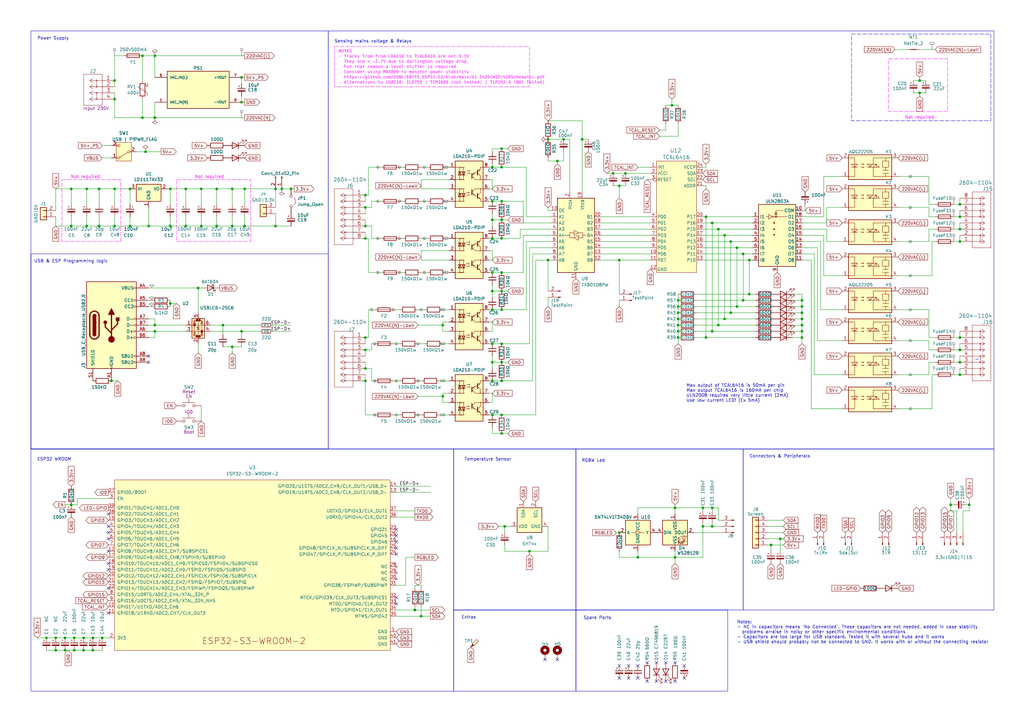
<source format=kicad_sch>
(kicad_sch (version 20231120) (generator "eeschema") (generator_version "8.0")
  (paper "A3")
  (title_block (title "Home Assistant module for lights control") (date "2024-09-08") (rev "20240908.24.8"))
  (junction (at 82.55 92.71))
  (junction (at 328.93 130.81))
  (junction (at 278.13 128.27))
  (junction (at 205.74 148.59))
  (junction (at 201.93 170.18))
  (junction (at 288.29 215.9))
  (junction (at 328.93 123.19))
  (junction (at 29.21 207.01))
  (junction (at 289.56 138.43))
  (junction (at 201.93 119.38))
  (junction (at 328.93 125.73))
  (junction (at 181.61 133.35))
  (junction (at 393.7 99.06))
  (junction (at 201.93 148.59))
  (junction (at 294.64 93.98))
  (junction (at 149.86 92.71))
  (junction (at 172.72 252.73))
  (junction (at 95.25 92.71))
  (junction (at 304.8 123.19))
  (junction (at 299.72 128.27))
  (junction (at 149.86 151.13))
  (junction (at 46.99 77.47))
  (junction (at 254 76.2))
  (junction (at 201.93 111.76))
  (junction (at 19.05 261.62))
  (junction (at 82.55 77.47))
  (junction (at 119.38 77.47))
  (junction (at 113.03 77.47))
  (junction (at 278.13 138.43))
  (junction (at 254 106.68))
  (junction (at 149.86 85.09))
  (junction (at 149.86 97.79))
  (junction (at 115.57 77.47))
  (junction (at 69.85 77.47))
  (junction (at 205.74 60.96))
  (junction (at 30.48 261.62))
  (junction (at 302.26 101.6))
  (junction (at 328.93 128.27))
  (junction (at 276.86 208.28))
  (junction (at 99.06 31.75))
  (junction (at 100.33 77.47))
  (junction (at 22.86 266.7))
  (junction (at 292.1 91.44))
  (junction (at 205.74 170.18))
  (junction (at 149.86 138.43))
  (junction (at 45.72 156.21))
  (junction (at 29.21 92.71))
  (junction (at 316.23 223.52))
  (junction (at 231.14 57.15))
  (junction (at 95.25 142.24))
  (junction (at 393.7 143.51))
  (junction (at 76.2 77.47))
  (junction (at 91.44 133.35))
  (junction (at 278.13 123.19))
  (junction (at 58.42 48.26))
  (junction (at 205.74 140.97))
  (junction (at 389.89 207.01))
  (junction (at 238.76 57.15))
  (junction (at 297.18 130.81))
  (junction (at 88.9 92.71))
  (junction (at 217.17 226.06))
  (junction (at 328.93 133.35))
  (junction (at 201.93 82.55))
  (junction (at 35.56 77.47))
  (junction (at 53.34 77.47))
  (junction (at 377.19 33.02))
  (junction (at 275.59 43.18))
  (junction (at 278.13 135.89))
  (junction (at 292.1 208.28))
  (junction (at 278.13 130.81))
  (junction (at 81.28 118.11))
  (junction (at 393.7 88.9))
  (junction (at 59.69 62.23))
  (junction (at 393.7 153.67))
  (junction (at 228.6 66.04))
  (junction (at 22.86 261.62))
  (junction (at 224.79 106.68))
  (junction (at 41.91 261.62))
  (junction (at 38.1 261.62))
  (junction (at 224.79 57.15))
  (junction (at 251.46 71.12))
  (junction (at 393.7 83.82))
  (junction (at 95.25 77.47))
  (junction (at 29.21 77.47))
  (junction (at 53.34 92.71))
  (junction (at 149.86 80.01))
  (junction (at 63.5 48.26))
  (junction (at 35.56 92.71))
  (junction (at 205.74 177.8))
  (junction (at 201.93 90.17))
  (junction (at 205.74 119.38))
  (junction (at 299.72 99.06))
  (junction (at 328.93 135.89))
  (junction (at 205.74 156.21))
  (junction (at 99.06 135.89))
  (junction (at 149.86 156.21))
  (junction (at 289.56 88.9))
  (junction (at 181.61 162.56))
  (junction (at 292.1 215.9))
  (junction (at 320.04 220.98))
  (junction (at 302.26 125.73))
  (junction (at 26.67 266.7))
  (junction (at 201.93 68.58))
  (junction (at 46.99 40.64))
  (junction (at 63.5 22.86))
  (junction (at 307.34 120.65))
  (junction (at 34.29 266.7))
  (junction (at 205.74 82.55))
  (junction (at 46.99 92.71))
  (junction (at 60.96 92.71))
  (junction (at 63.5 135.89))
  (junction (at 69.85 92.71))
  (junction (at 393.7 148.59))
  (junction (at 99.06 41.91))
  (junction (at 377.19 38.1))
  (junction (at 397.51 207.01))
  (junction (at 69.85 124.46))
  (junction (at 278.13 125.73))
  (junction (at 393.7 138.43))
  (junction (at 88.9 77.47))
  (junction (at 26.67 261.62))
  (junction (at 205.74 111.76))
  (junction (at 294.64 133.35))
  (junction (at 30.48 266.7))
  (junction (at 328.93 138.43))
  (junction (at 34.29 261.62))
  (junction (at 207.01 215.9))
  (junction (at 201.93 156.21))
  (junction (at 304.8 104.14))
  (junction (at 46.99 33.02))
  (junction (at 276.86 228.6))
  (junction (at 40.64 77.47))
  (junction (at 76.2 92.71))
  (junction (at 292.1 135.89))
  (junction (at 297.18 96.52))
  (junction (at 149.86 143.51))
  (junction (at 261.62 228.6))
  (junction (at 58.42 22.86))
  (junction (at 393.7 93.98))
  (junction (at 40.64 92.71))
  (junction (at 205.74 97.79))
  (junction (at 113.03 92.71))
  (junction (at 63.5 133.35))
  (junction (at 205.74 90.17))
  (junction (at 288.29 208.28))
  (junction (at 201.93 127))
  (junction (at 307.34 106.68))
  (junction (at 201.93 140.97))
  (junction (at 256.54 71.12))
  (junction (at 278.13 133.35))
  (junction (at 170.18 250.19))
  (junction (at 205.74 68.58))
  (junction (at 100.33 92.71))
  (junction (at 205.74 127))
  (junction (at 201.93 97.79))
  (junction (at 254 218.44))
  (junction (at 38.1 266.7))
  (no_connect (at 269.24 279.4))
  (no_connect (at 261.62 273.05))
  (no_connect (at 44.45 241.3))
  (no_connect (at 265.43 279.4))
  (no_connect (at 44.45 218.44))
  (no_connect (at 162.56 222.25))
  (no_connect (at 280.67 273.05))
  (no_connect (at 60.96 148.59))
  (no_connect (at 60.96 146.05))
  (no_connect (at 276.86 279.4))
  (no_connect (at 44.45 226.06))
  (no_connect (at 261.62 278.13))
  (no_connect (at 254 278.13))
  (no_connect (at 269.24 271.78))
  (no_connect (at 265.43 271.78))
  (no_connect (at 257.81 273.05))
  (no_connect (at 273.05 279.4))
  (no_connect (at 44.45 251.46))
  (no_connect (at 162.56 247.65))
  (no_connect (at 162.56 227.33))
  (no_connect (at 162.56 245.11))
  (no_connect (at 162.56 219.71))
  (no_connect (at 162.56 217.17))
  (no_connect (at 162.56 224.79))
  (no_connect (at 44.45 210.82))
  (no_connect (at 44.45 233.68))
  (no_connect (at 44.45 231.14))
  (no_connect (at 44.45 215.9))
  (no_connect (at 223.52 270.51))
  (no_connect (at 228.6 270.51))
  (no_connect (at 254 273.05))
  (no_connect (at 273.05 271.78))
  (no_connect (at 44.45 220.98))
  (no_connect (at 280.67 278.13))
  (no_connect (at 257.81 278.13))
  (no_connect (at 276.86 271.78))
  (wire (pts (xy 297.18 130.81) (xy 309.88 130.81)))
  (wire (pts (xy 325.12 133.35) (xy 328.93 133.35)))
  (wire (pts (xy 325.12 123.19) (xy 328.93 123.19)))
  (wire (pts (xy 377.19 38.1) (xy 379.73 38.1)))
  (wire (pts (xy 304.8 104.14) (xy 304.8 123.19)))
  (wire (pts (xy 163.83 170.18) (xy 161.29 170.18)))
  (wire (pts (xy 381 127) (xy 368.3 127)))
  (wire (pts (xy 207.01 215.9) (xy 209.55 215.9)))
  (wire (pts (xy 15.24 261.62) (xy 19.05 261.62)))
  (wire (pts (xy 204.47 215.9) (xy 207.01 215.9)))
  (wire (pts (xy 393.7 96.52) (xy 393.7 99.06)))
  (wire (pts (xy 337.82 113.03) (xy 345.44 113.03)))
  (wire (pts (xy 292.1 215.9) (xy 295.91 215.9)))
  (wire (pts (xy 69.85 92.71) (xy 76.2 92.71)))
  (wire (pts (xy 22.86 77.47) (xy 29.21 77.47)))
  (wire (pts (xy 226.06 99.06) (xy 215.9 99.06)))
  (wire (pts (xy 224.79 215.9) (xy 224.79 226.06)))
  (wire (pts (xy 383.54 83.82) (xy 381 83.82)))
  (wire (pts (xy 254 218.44) (xy 252.73 218.44)))
  (wire (pts (xy 63.5 22.86) (xy 100.33 22.86)))
  (wire (pts (xy 205.74 68.58) (xy 201.93 68.58)))
  (wire (pts (xy 278.13 123.19) (xy 278.13 125.73)))
  (wire (pts (xy 251.46 76.2) (xy 254 76.2)))
  (wire (pts (xy 29.21 77.47) (xy 29.21 83.82)))
  (wire (pts (xy 292.1 208.28) (xy 294.64 208.28)))
  (wire (pts (xy 205.74 156.21) (xy 201.93 156.21)))
  (wire (pts (xy 288.29 88.9) (xy 289.56 88.9)))
  (wire (pts (xy 205.74 140.97) (xy 217.17 140.97)))
  (wire (pts (xy 60.96 138.43) (xy 63.5 138.43)))
  (wire (pts (xy 394.97 209.55) (xy 397.51 209.55)))
  (wire (pts (xy 381 72.39) (xy 368.3 72.39)))
  (wire (pts (xy 392.43 218.44) (xy 392.43 209.55)))
  (wire (pts (xy 328.93 125.73) (xy 328.93 128.27)))
  (wire (pts (xy 285.75 133.35) (xy 294.64 133.35)))
  (wire (pts (xy 58.42 22.86) (xy 63.5 22.86)))
  (wire (pts (xy 246.38 88.9) (xy 266.7 88.9)))
  (wire (pts (xy 82.55 88.9) (xy 82.55 92.71)))
  (wire (pts (xy 166.37 228.6) (xy 170.18 228.6)))
  (wire (pts (xy 289.56 77.47) (xy 289.56 76.2)))
  (wire (pts (xy 336.55 127) (xy 345.44 127)))
  (wire (pts (xy 151.13 127) (xy 153.67 127)))
  (wire (pts (xy 201.93 140.97) (xy 200.66 140.97)))
  (wire (pts (xy 152.4 151.13) (xy 149.86 151.13)))
  (wire (pts (xy 181.61 127) (xy 184.15 127)))
  (wire (pts (xy 63.5 133.35) (xy 63.5 130.81)))
  (wire (pts (xy 273.05 53.34) (xy 270.51 53.34)))
  (wire (pts (xy 224.79 106.68) (xy 226.06 106.68)))
  (wire (pts (xy 162.56 201.93) (xy 176.53 201.93)))
  (wire (pts (xy 88.9 77.47) (xy 95.25 77.47)))
  (wire (pts (xy 328.93 133.35) (xy 328.93 135.89)))
  (wire (pts (xy 334.01 153.67) (xy 334.01 104.14)))
  (wire (pts (xy 292.1 91.44) (xy 292.1 135.89)))
  (wire (pts (xy 162.56 240.03) (xy 166.37 240.03)))
  (wire (pts (xy 261.62 208.28) (xy 276.86 208.28)))
  (wire (pts (xy 63.5 130.81) (xy 60.96 130.81)))
  (wire (pts (xy 91.44 133.35) (xy 91.44 137.16)))
  (wire (pts (xy 382.27 153.67) (xy 382.27 167.64)))
  (wire (pts (xy 58.42 33.02) (xy 58.42 22.86)))
  (wire (pts (xy 246.38 99.06) (xy 266.7 99.06)))
  (wire (pts (xy 205.74 177.8) (xy 201.93 177.8)))
  (wire (pts (xy 45.72 156.21) (xy 48.26 156.21)))
  (wire (pts (xy 276.86 228.6) (xy 288.29 228.6)))
  (wire (pts (xy 381 99.06) (xy 381 93.98)))
  (wire (pts (xy 224.79 49.53) (xy 238.76 49.53)))
  (wire (pts (xy 224.79 64.77) (xy 224.79 66.04)))
  (wire (pts (xy 328.93 93.98) (xy 339.09 93.98)))
  (wire (pts (xy 152.4 140.97) (xy 152.4 143.51)))
  (wire (pts (xy 302.26 125.73) (xy 309.88 125.73)))
  (wire (pts (xy 152.4 85.09) (xy 149.86 85.09)))
  (wire (pts (xy 205.74 97.79) (xy 213.36 97.79)))
  (wire (pts (xy 115.57 77.47) (xy 119.38 77.47)))
  (wire (pts (xy 201.93 67.31) (xy 201.93 68.58)))
  (wire (pts (xy 383.54 138.43) (xy 381 138.43)))
  (wire (pts (xy 238.76 57.15) (xy 238.76 49.53)))
  (wire (pts (xy 299.72 99.06) (xy 308.61 99.06)))
  (wire (pts (xy 382.27 113.03) (xy 368.3 113.03)))
  (wire (pts (xy 381 143.51) (xy 381 139.7)))
  (wire (pts (xy 22.86 86.36) (xy 22.86 77.47)))
  (wire (pts (xy 320.04 220.98) (xy 321.31 220.98)))
  (wire (pts (xy 393.7 86.36) (xy 393.7 88.9)))
  (wire (pts (xy 246.38 104.14) (xy 266.7 104.14)))
  (wire (pts (xy 201.93 119.38) (xy 201.93 116.84)))
  (wire (pts (xy 205.74 82.55) (xy 214.63 82.55)))
  (wire (pts (xy 336.55 99.06) (xy 336.55 127)))
  (wire (pts (xy 325.12 135.89) (xy 328.93 135.89)))
  (wire (pts (xy 201.93 77.47) (xy 200.66 77.47)))
  (wire (pts (xy 307.34 120.65) (xy 309.88 120.65)))
  (wire (pts (xy 76.2 88.9) (xy 76.2 92.71)))
  (wire (pts (xy 297.18 96.52) (xy 297.18 130.81)))
  (wire (pts (xy 176.53 250.19) (xy 170.18 250.19)))
  (wire (pts (xy 288.29 68.58) (xy 289.56 68.58)))
  (wire (pts (xy 53.34 88.9) (xy 53.34 92.71)))
  (wire (pts (xy 149.86 97.79) (xy 149.86 95.25)))
  (wire (pts (xy 251.46 71.12) (xy 256.54 71.12)))
  (wire (pts (xy 152.4 97.79) (xy 156.21 97.79)))
  (wire (pts (xy 207.01 226.06) (xy 217.17 226.06)))
  (wire (pts (xy 328.93 91.44) (xy 339.09 91.44)))
  (wire (pts (xy 224.79 119.38) (xy 224.79 106.68)))
  (wire (pts (xy 95.25 88.9) (xy 95.25 92.71)))
  (wire (pts (xy 58.42 40.64) (xy 58.42 48.26)))
  (wire (pts (xy 205.74 148.59) (xy 201.93 148.59)))
  (wire (pts (xy 261.62 208.28) (xy 261.62 210.82)))
  (wire (pts (xy 288.29 93.98) (xy 294.64 93.98)))
  (wire (pts (xy 201.93 151.13) (xy 201.93 148.59)))
  (wire (pts (xy 76.2 77.47) (xy 76.2 83.82)))
  (wire (pts (xy 205.74 127) (xy 215.9 127)))
  (wire (pts (xy 285.75 120.65) (xy 307.34 120.65)))
  (wire (pts (xy 113.03 92.71) (xy 119.38 92.71)))
  (wire (pts (xy 294.64 133.35) (xy 309.88 133.35)))
  (wire (pts (xy 201.93 68.58) (xy 200.66 68.58)))
  (wire (pts (xy 254 228.6) (xy 261.62 228.6)))
  (wire (pts (xy 276.86 228.6) (xy 276.86 231.14)))
  (wire (pts (xy 100.33 88.9) (xy 100.33 92.71)))
  (wire (pts (xy 374.65 38.1) (xy 377.19 38.1)))
  (wire (pts (xy 383.54 88.9) (xy 381 88.9)))
  (wire (pts (xy 201.93 92.71) (xy 201.93 90.17)))
  (wire (pts (xy 205.74 111.76) (xy 201.93 111.76)))
  (wire (pts (xy 29.21 92.71) (xy 35.56 92.71)))
  (wire (pts (xy 213.36 93.98) (xy 213.36 97.79)))
  (wire (pts (xy 46.99 38.1) (xy 46.99 40.64)))
  (wire (pts (xy 381 93.98) (xy 383.54 93.98)))
  (wire (pts (xy 19.05 261.62) (xy 22.86 261.62)))
  (wire (pts (xy 393.7 138.43) (xy 391.16 138.43)))
  (wire (pts (xy 95.25 142.24) (xy 95.25 144.78)))
  (wire (pts (xy 278.13 133.35) (xy 278.13 135.89)))
  (wire (pts (xy 228.6 66.04) (xy 224.79 66.04)))
  (wire (pts (xy 278.13 135.89) (xy 278.13 138.43)))
  (wire (pts (xy 278.13 128.27) (xy 278.13 130.81)))
  (wire (pts (xy 328.93 123.19) (xy 328.93 125.73)))
  (wire (pts (xy 393.7 153.67) (xy 391.16 153.67)))
  (wire (pts (xy 201.93 62.23) (xy 201.93 60.96)))
  (wire (pts (xy 214.63 96.52) (xy 226.06 96.52)))
  (wire (pts (xy 99.06 39.37) (xy 99.06 41.91)))
  (wire (pts (xy 152.4 82.55) (xy 156.21 82.55)))
  (wire (pts (xy 299.72 99.06) (xy 299.72 128.27)))
  (wire (pts (xy 393.7 148.59) (xy 391.16 148.59)))
  (wire (pts (xy 219.71 106.68) (xy 219.71 170.18)))
  (wire (pts (xy 393.7 153.67) (xy 393.7 151.13)))
  (wire (pts (xy 163.83 140.97) (xy 161.29 140.97)))
  (wire (pts (xy 392.43 209.55) (xy 389.89 209.55)))
  (wire (pts (xy 166.37 240.03) (xy 166.37 228.6)))
  (wire (pts (xy 63.5 48.26) (xy 100.33 48.26)))
  (wire (pts (xy 205.74 119.38) (xy 208.28 119.38)))
  (wire (pts (xy 35.56 77.47) (xy 40.64 77.47)))
  (wire (pts (xy 26.67 207.01) (xy 29.21 207.01)))
  (wire (pts (xy 321.31 218.44) (xy 314.96 218.44)))
  (wire (pts (xy 278.13 125.73) (xy 278.13 128.27)))
  (wire (pts (xy 294.64 93.98) (xy 308.61 93.98)))
  (wire (pts (xy 205.74 68.58) (xy 215.9 68.58)))
  (wire (pts (xy 288.29 228.6) (xy 288.29 215.9)))
  (wire (pts (xy 226.06 93.98) (xy 213.36 93.98)))
  (wire (pts (xy 330.2 86.36) (xy 328.93 86.36)))
  (wire (pts (xy 69.85 77.47) (xy 76.2 77.47)))
  (wire (pts (xy 201.93 102.87) (xy 200.66 102.87)))
  (wire (pts (xy 35.56 92.71) (xy 40.64 92.71)))
  (wire (pts (xy 224.79 85.09) (xy 224.79 86.36)))
  (wire (pts (xy 59.69 62.23) (xy 66.04 62.23)))
  (wire (pts (xy 393.7 135.89) (xy 393.7 138.43)))
  (wire (pts (xy 285.75 138.43) (xy 289.56 138.43)))
  (wire (pts (xy 246.38 96.52) (xy 266.7 96.52)))
  (wire (pts (xy 294.64 208.28) (xy 294.64 213.36)))
  (wire (pts (xy 217.17 226.06) (xy 217.17 227.33)))
  (wire (pts (xy 201.93 77.47) (xy 201.93 73.66)))
  (wire (pts (xy 181.61 133.35) (xy 181.61 132.08)))
  (wire (pts (xy 149.86 82.55) (xy 149.86 80.01)))
  (wire (pts (xy 224.79 226.06) (xy 217.17 226.06)))
  (wire (pts (xy 34.29 261.62) (xy 38.1 261.62)))
  (wire (pts (xy 151.13 80.01) (xy 149.86 80.01)))
  (wire (pts (xy 201.93 165.1) (xy 200.66 165.1)))
  (wire (pts (xy 175.26 111.76) (xy 172.72 111.76)))
  (wire (pts (xy 254 106.68) (xy 254 120.65)))
  (wire (pts (xy 173.99 140.97) (xy 171.45 140.97)))
  (wire (pts (xy 207.01 223.52) (xy 207.01 226.06)))
  (wire (pts (xy 339.09 85.09) (xy 339.09 91.44)))
  (wire (pts (xy 299.72 128.27) (xy 309.88 128.27)))
  (wire (pts (xy 29.21 77.47) (xy 35.56 77.47)))
  (wire (pts (xy 383.54 143.51) (xy 381 143.51)))
  (wire (pts (xy 278.13 120.65) (xy 278.13 123.19)))
  (wire (pts (xy 276.86 226.06) (xy 276.86 228.6)))
  (wire (pts (xy 76.2 77.47) (xy 82.55 77.47)))
  (wire (pts (xy 288.29 96.52) (xy 297.18 96.52)))
  (wire (pts (xy 88.9 92.71) (xy 95.25 92.71)))
  (wire (pts (xy 325.12 128.27) (xy 328.93 128.27)))
  (wire (pts (xy 368.3 153.67) (xy 381 153.67)))
  (wire (pts (xy 152.4 82.55) (xy 152.4 85.09)))
  (wire (pts (xy 201.93 106.68) (xy 201.93 102.87)))
  (wire (pts (xy 397.51 207.01) (xy 396.24 207.01)))
  (wire (pts (xy 288.29 91.44) (xy 292.1 91.44)))
  (wire (pts (xy 30.48 266.7) (xy 34.29 266.7)))
  (wire (pts (xy 224.79 86.36) (xy 226.06 86.36)))
  (wire (pts (xy 328.93 130.81) (xy 328.93 133.35)))
  (wire (pts (xy 368.3 99.06) (xy 381 99.06)))
  (wire (pts (xy 292.1 209.55) (xy 292.1 208.28)))
  (wire (pts (xy 82.55 166.37) (xy 82.55 172.72)))
  (wire (pts (xy 332.74 106.68) (xy 332.74 167.64)))
  (wire (pts (xy 22.86 92.71) (xy 29.21 92.71)))
  (polyline (pts (xy 401.32 147.32) (xy 400.05 147.32)))
  (wire (pts (xy 149.86 87.63) (xy 149.86 85.09)))
  (wire (pts (xy 149.86 92.71) (xy 149.86 90.17)))
  (wire (pts (xy 289.56 67.31) (xy 289.56 68.58)))
  (wire (pts (xy 82.55 77.47) (xy 82.55 83.82)))
  (wire (pts (xy 288.29 101.6) (xy 302.26 101.6)))
  (wire (pts (xy 95.25 77.47) (xy 100.33 77.47)))
  (wire (pts (xy 231.14 57.15) (xy 233.68 57.15)))
  (wire (pts (xy 276.86 208.28) (xy 276.86 210.82)))
  (wire (pts (xy 288.29 209.55) (xy 288.29 208.28)))
  (wire (pts (xy 46.99 40.64) (xy 46.99 48.26)))
  (wire (pts (xy 95.25 77.47) (xy 95.25 83.82)))
  (wire (pts (xy 176.53 252.73) (xy 172.72 252.73)))
  (wire (pts (xy 201.93 127) (xy 205.74 127)))
  (wire (pts (xy 383.54 153.67) (xy 382.27 153.67)))
  (wire (pts (xy 69.85 123.19) (xy 69.85 124.46)))
  (wire (pts (xy 226.06 104.14) (xy 218.44 104.14)))
  (wire (pts (xy 381 139.7) (xy 368.3 139.7)))
  (wire (pts (xy 182.88 68.58) (xy 184.15 68.58)))
  (wire (pts (xy 26.67 261.62) (xy 30.48 261.62)))
  (wire (pts (xy 337.82 88.9) (xy 328.93 88.9)))
  (wire (pts (xy 201.93 177.8) (xy 201.93 175.26)))
  (wire (pts (xy 180.34 156.21) (xy 184.15 156.21)))
  (wire (pts (xy 60.96 85.09) (xy 60.96 92.71)))
  (wire (pts (xy 152.4 156.21) (xy 152.4 151.13)))
  (wire (pts (xy 328.93 128.27) (xy 328.93 130.81)))
  (wire (pts (xy 288.29 104.14) (xy 304.8 104.14)))
  (wire (pts (xy 328.93 99.06) (xy 336.55 99.06)))
  (wire (pts (xy 53.34 92.71) (xy 60.96 92.71)))
  (wire (pts (xy 172.72 73.66) (xy 184.15 73.66)))
  (wire (pts (xy 181.61 161.29) (xy 184.15 161.29)))
  (wire (pts (xy 69.85 124.46) (xy 69.85 125.73)))
  (wire (pts (xy 284.48 218.44) (xy 295.91 218.44)))
  (wire (pts (xy 182.88 97.79) (xy 184.15 97.79)))
  (wire (pts (xy 201.93 73.66) (xy 200.66 73.66)))
  (wire (pts (xy 119.38 77.47) (xy 120.65 77.47)))
  (wire (pts (xy 40.64 77.47) (xy 40.64 83.82)))
  (wire (pts (xy 165.1 111.76) (xy 163.83 111.76)))
  (wire (pts (xy 34.29 266.7) (xy 38.1 266.7)))
  (wire (pts (xy 180.34 170.18) (xy 184.15 170.18)))
  (wire (pts (xy 328.93 120.65) (xy 325.12 120.65)))
  (wire (pts (xy 151.13 68.58) (xy 156.21 68.58)))
  (wire (pts (xy 228.6 67.31) (xy 228.6 66.04)))
  (wire (pts (xy 82.55 77.47) (xy 88.9 77.47)))
  (wire (pts (xy 389.89 209.55) (xy 389.89 207.01)))
  (wire (pts (xy 22.86 261.62) (xy 26.67 261.62)))
  (wire (pts (xy 205.74 170.18) (xy 201.93 170.18)))
  (wire (pts (xy 201.93 82.55) (xy 200.66 82.55)))
  (wire (pts (xy 172.72 170.18) (xy 171.45 170.18)))
  (wire (pts (xy 215.9 88.9) (xy 215.9 68.58)))
  (wire (pts (xy 294.64 93.98) (xy 294.64 133.35)))
  (wire (pts (xy 381 85.09) (xy 368.3 85.09)))
  (wire (pts (xy 62.23 123.19) (xy 60.96 123.19)))
  (wire (pts (xy 170.18 250.19) (xy 162.56 250.19)))
  (wire (pts (xy 208.28 177.8) (xy 205.74 177.8)))
  (wire (pts (xy 88.9 88.9) (xy 88.9 92.71)))
  (wire (pts (xy 381 138.43) (xy 381 127)))
  (wire (pts (xy 285.75 130.81) (xy 297.18 130.81)))
  (wire (pts (xy 172.72 102.87) (xy 184.15 102.87)))
  (wire (pts (xy 215.9 88.9) (xy 226.06 88.9)))
  (wire (pts (xy 219.71 106.68) (xy 224.79 106.68)))
  (wire (pts (xy 149.86 170.18) (xy 153.67 170.18)))
  (wire (pts (xy 383.54 99.06) (xy 382.27 99.06)))
  (wire (pts (xy 254 76.2) (xy 256.54 76.2)))
  (wire (pts (xy 321.31 213.36) (xy 314.96 213.36)))
  (wire (pts (xy 181.61 135.89) (xy 181.61 133.35)))
  (wire (pts (xy 246.38 106.68) (xy 254 106.68)))
  (wire (pts (xy 69.85 124.46) (xy 72.39 124.46)))
  (wire (pts (xy 171.45 127) (xy 173.99 127)))
  (wire (pts (xy 91.44 142.24) (xy 95.25 142.24)))
  (wire (pts (xy 205.74 170.18) (xy 219.71 170.18)))
  (wire (pts (xy 149.86 156.21) (xy 149.86 170.18)))
  (wire (pts (xy 289.56 76.2) (xy 288.29 76.2)))
  (wire (pts (xy 88.9 77.47) (xy 88.9 83.82)))
  (wire (pts (xy 149.86 146.05) (xy 149.86 143.51)))
  (wire (pts (xy 163.83 156.21) (xy 161.29 156.21)))
  (wire (pts (xy 86.36 135.89) (xy 99.06 135.89)))
  (wire (pts (xy 292.1 135.89) (xy 309.88 135.89)))
  (wire (pts (xy 288.29 208.28) (xy 292.1 208.28)))
  (wire (pts (xy 295.91 213.36) (xy 294.64 213.36)))
  (wire (pts (xy 151.13 97.79) (xy 151.13 111.76)))
  (wire (pts (xy 201.93 121.92) (xy 201.93 119.38)))
  (wire (pts (xy 304.8 123.19) (xy 309.88 123.19)))
  (wire (pts (xy 172.72 73.66) (xy 172.72 77.47)))
  (wire (pts (xy 201.93 135.89) (xy 201.93 132.08)))
  (wire (pts (xy 321.31 215.9) (xy 314.96 215.9)))
  (wire (pts (xy 278.13 55.88) (xy 278.13 50.8)))
  (wire (pts (xy 165.1 97.79) (xy 163.83 97.79)))
  (wire (pts (xy 99.06 31.75) (xy 100.33 31.75)))
  (wire (pts (xy 99.06 135.89) (xy 106.68 135.89)))
  (wire (pts (xy 162.56 199.39) (xy 176.53 199.39)))
  (wire (pts (xy 325.12 125.73) (xy 328.93 125.73)))
  (wire (pts (xy 181.61 132.08) (xy 184.15 132.08)))
  (wire (pts (xy 22.86 88.9) (xy 22.86 92.71)))
  (wire (pts (xy 46.99 92.71) (xy 53.34 92.71)))
  (wire (pts (xy 46.99 33.02) (xy 46.99 22.86)))
  (wire (pts (xy 201.93 148.59) (xy 201.93 146.05)))
  (wire (pts (xy 201.93 106.68) (xy 200.66 106.68)))
  (wire (pts (xy 181.61 165.1) (xy 181.61 162.56)))
  (wire (pts (xy 254 106.68) (xy 266.7 106.68)))
  (wire (pts (xy 393.7 140.97) (xy 393.7 143.51)))
  (wire (pts (xy 289.56 88.9) (xy 289.56 138.43)))
  (wire (pts (xy 41.91 64.77) (xy 45.72 64.77)))
  (wire (pts (xy 201.93 161.29) (xy 200.66 161.29)))
  (wire (pts (xy 208.28 148.59) (xy 205.74 148.59)))
  (wire (pts (xy 254 76.2) (xy 254 81.28)))
  (wire (pts (xy 19.05 266.7) (xy 22.86 266.7)))
  (wire (pts (xy 276.86 207.01) (xy 276.86 208.28)))
  (wire (pts (xy 38.1 261.62) (xy 41.91 261.62)))
  (wire (pts (xy 76.2 92.71) (xy 82.55 92.71)))
  (wire (pts (xy 332.74 167.64) (xy 345.44 167.64)))
  (wire (pts (xy 149.86 151.13) (xy 149.86 148.59)))
  (wire (pts (xy 111.76 135.89) (xy 119.38 135.89)))
  (wire (pts (xy 377.19 31.75) (xy 377.19 33.02)))
  (wire (pts (xy 391.16 88.9) (xy 393.7 88.9)))
  (wire (pts (xy 149.86 140.97) (xy 149.86 138.43)))
  (wire (pts (xy 172.72 106.68) (xy 184.15 106.68)))
  (wire (pts (xy 330.2 86.36) (xy 330.2 83.82)))
  (wire (pts (xy 265.43 73.66) (xy 266.7 73.66)))
  (wire (pts (xy 246.38 101.6) (xy 266.7 101.6)))
  (wire (pts (xy 172.72 102.87) (xy 172.72 106.68)))
  (wire (pts (xy 261.62 226.06) (xy 261.62 228.6)))
  (wire (pts (xy 254 226.06) (xy 254 228.6)))
  (wire (pts (xy 60.96 135.89) (xy 63.5 135.89)))
  (wire (pts (xy 302.26 101.6) (xy 302.26 125.73)))
  (wire (pts (xy 205.74 90.17) (xy 201.93 90.17)))
  (wire (pts (xy 335.28 139.7) (xy 345.44 139.7)))
  (wire (pts (xy 40.64 88.9) (xy 40.64 92.71)))
  (wire (pts (xy 63.5 41.91) (xy 63.5 48.26)))
  (wire (pts (xy 95.25 142.24) (xy 99.06 142.24)))
  (wire (pts (xy 256.54 71.12) (xy 266.7 71.12)))
  (wire (pts (xy 275.59 43.18) (xy 278.13 43.18)))
  (wire (pts (xy 224.79 57.15) (xy 231.14 57.15)))
  (wire (pts (xy 325.12 130.81) (xy 328.93 130.81)))
  (wire (pts (xy 100.33 77.47) (xy 100.33 83.82)))
  (wire (pts (xy 207.01 215.9) (xy 207.01 218.44)))
  (wire (pts (xy 35.56 83.82) (xy 35.56 77.47)))
  (wire (pts (xy 53.34 77.47) (xy 53.34 83.82)))
  (wire (pts (xy 182.88 82.55) (xy 184.15 82.55)))
  (wire (pts (xy 99.06 31.75) (xy 99.06 34.29)))
  (wire (pts (xy 345.44 72.39) (xy 337.82 72.39)))
  (wire (pts (xy 30.48 261.62) (xy 34.29 261.62)))
  (wire (pts (xy 224.79 121.92) (xy 224.79 125.73)))
  (wire (pts (xy 63.5 22.86) (xy 63.5 31.75)))
  (wire (pts (xy 328.93 96.52) (xy 337.82 96.52)))
  (wire (pts (xy 46.99 88.9) (xy 46.99 92.71)))
  (wire (pts (xy 151.13 127) (xy 151.13 138.43)))
  (wire (pts (xy 393.7 91.44) (xy 393.7 93.98)))
  (wire (pts (xy 81.28 118.11) (xy 82.55 118.11)))
  (wire (pts (xy 339.09 93.98) (xy 339.09 99.06)))
  (wire (pts (xy 381 83.82) (xy 381 72.39)))
  (wire (pts (xy 316.23 223.52) (xy 321.31 223.52)))
  (wire (pts (xy 172.72 252.73) (xy 162.56 252.73)))
  (wire (pts (xy 391.16 83.82) (xy 393.7 83.82)))
  (wire (pts (xy 201.93 135.89) (xy 200.66 135.89)))
  (wire (pts (xy 208.28 90.17) (xy 205.74 90.17)))
  (wire (pts (xy 377.19 20.32) (xy 383.54 20.32)))
  (wire (pts (xy 334.01 153.67) (xy 345.44 153.67)))
  (wire (pts (xy 201.93 127) (xy 200.66 127)))
  (wire (pts (xy 393.7 143.51) (xy 391.16 143.51)))
  (wire (pts (xy 172.72 68.58) (xy 175.26 68.58)))
  (wire (pts (xy 31.75 204.47) (xy 44.45 204.47)))
  (wire (pts (xy 172.72 156.21) (xy 171.45 156.21)))
  (polyline (pts (xy 179.07 264.16) (xy 179.07 264.16)))
  (wire (pts (xy 218.44 104.14) (xy 218.44 156.21)))
  (wire (pts (xy 182.88 111.76) (xy 184.15 111.76)))
  (wire (pts (xy 81.28 144.78) (xy 81.28 140.97)))
  (wire (pts (xy 163.83 127) (xy 161.29 127)))
  (wire (pts (xy 208.28 60.96) (xy 205.74 60.96)))
  (wire (pts (xy 100.33 92.71) (xy 113.03 92.71)))
  (wire (pts (xy 391.16 93.98) (xy 393.7 93.98)))
  (wire (pts (xy 68.58 77.47) (xy 69.85 77.47)))
  (wire (pts (xy 172.72 240.03) (xy 170.18 240.03)))
  (wire (pts (xy 151.13 97.79) (xy 149.86 97.79)))
  (wire (pts (xy 381 153.67) (xy 381 148.59)))
  (wire (pts (xy 285.75 123.19) (xy 304.8 123.19)))
  (wire (pts (xy 285.75 128.27) (xy 299.72 128.27)))
  (wire (pts (xy 170.18 209.55) (xy 162.56 209.55)))
  (wire (pts (xy 152.4 143.51) (xy 149.86 143.51)))
  (wire (pts (xy 304.8 104.14) (xy 308.61 104.14)))
  (wire (pts (xy 394.97 218.44) (xy 394.97 209.55)))
  (wire (pts (xy 165.1 82.55) (xy 163.83 82.55)))
  (wire (pts (xy 217.17 101.6) (xy 217.17 140.97)))
  (wire (pts (xy 172.72 241.3) (xy 172.72 240.03)))
  (wire (pts (xy 307.34 106.68) (xy 308.61 106.68)))
  (wire (pts (xy 95.25 92.71) (xy 100.33 92.71)))
  (wire (pts (xy 248.92 71.12) (xy 251.46 71.12)))
  (wire (pts (xy 35.56 88.9) (xy 35.56 92.71)))
  (wire (pts (xy 152.4 156.21) (xy 153.67 156.21)))
  (wire (pts (xy 228.6 66.04) (xy 231.14 66.04)))
  (wire (pts (xy 82.55 92.71) (xy 88.9 92.71)))
  (wire (pts (xy 261.62 228.6) (xy 276.86 228.6)))
  (wire (pts (xy 205.74 111.76) (xy 214.63 111.76)))
  (wire (pts (xy 31.75 204.47) (xy 31.75 207.01)))
  (wire (pts (xy 38.1 266.7) (xy 41.91 266.7)))
  (wire (pts (xy 231.14 62.23) (xy 231.14 66.04)))
  (wire (pts (xy 201.93 170.18) (xy 200.66 170.18)))
  (wire (pts (xy 86.36 133.35) (xy 91.44 133.35)))
  (wire (pts (xy 307.34 106.68) (xy 307.34 120.65)))
  (wire (pts (xy 285.75 135.89) (xy 292.1 135.89)))
  (wire (pts (xy 111.76 133.35) (xy 119.38 133.35)))
  (wire (pts (xy 325.12 138.43) (xy 328.93 138.43)))
  (wire (pts (xy 328.93 106.68) (xy 332.74 106.68)))
  (wire (pts (xy 46.99 77.47) (xy 46.99 83.82)))
  (wire (pts (xy 288.29 106.68) (xy 307.34 106.68)))
  (wire (pts (xy 181.61 162.56) (xy 181.61 161.29)))
  (wire (pts (xy 41.91 59.69) (xy 45.72 59.69)))
  (wire (pts (xy 214.63 91.44) (xy 226.06 91.44)))
  (wire (pts (xy 152.4 92.71) (xy 149.86 92.71)))
  (wire (pts (xy 261.62 68.58) (xy 266.7 68.58)))
  (wire (pts (xy 391.16 207.01) (xy 389.89 207.01)))
  (wire (pts (xy 152.4 140.97) (xy 153.67 140.97)))
  (wire (pts (xy 382.27 99.06) (xy 382.27 113.03)))
  (wire (pts (xy 46.99 48.26) (xy 58.42 48.26)))
  (wire (pts (xy 377.19 33.02) (xy 379.73 33.02)))
  (wire (pts (xy 393.7 81.28) (xy 393.7 83.82)))
  (wire (pts (xy 381 88.9) (xy 381 85.09)))
  (wire (pts (xy 278.13 138.43) (xy 278.13 140.97)))
  (wire (pts (xy 81.28 118.11) (xy 81.28 128.27)))
  (wire (pts (xy 149.86 153.67) (xy 149.86 156.21)))
  (wire (pts (xy 41.91 261.62) (xy 44.45 261.62)))
  (wire (pts (xy 46.99 22.86) (xy 50.8 22.86)))
  (wire (pts (xy 205.74 82.55) (xy 201.93 82.55)))
  (wire (pts (xy 201.93 119.38) (xy 205.74 119.38)))
  (wire (pts (xy 320.04 220.98) (xy 314.96 220.98)))
  (wire (pts (xy 254 125.73) (xy 254 123.19)))
  (wire (pts (xy 397.51 204.47) (xy 397.51 207.01)))
  (wire (pts (xy 381 148.59) (xy 383.54 148.59)))
  (wire (pts (xy 302.26 101.6) (xy 308.61 101.6)))
  (wire (pts (xy 99.06 41.91) (xy 100.33 41.91)))
  (wire (pts (xy 113.03 85.09) (xy 113.03 77.47)))
  (wire (pts (xy 151.13 68.58) (xy 151.13 80.01)))
  (wire (pts (xy 60.96 133.35) (xy 63.5 133.35)))
  (wire (pts (xy 328.93 135.89) (xy 328.93 138.43)))
  (wire (pts (xy 175.26 82.55) (xy 172.72 82.55)))
  (wire (pts (xy 270.51 55.88) (xy 278.13 55.88)))
  (wire (pts (xy 391.16 99.06) (xy 393.7 99.06)))
  (wire (pts (xy 26.67 266.7) (xy 30.48 266.7)))
  (wire (pts (xy 297.18 96.52) (xy 308.61 96.52)))
  (wire (pts (xy 374.65 33.02) (xy 377.19 33.02)))
  (wire (pts (xy 335.28 101.6) (xy 335.28 139.7)))
  (wire (pts (xy 275.59 43.18) (xy 273.05 43.18)))
  (wire (pts (xy 339.09 85.09) (xy 345.44 85.09)))
  (wire (pts (xy 76.2 135.89) (xy 63.5 135.89)))
  (wire (pts (xy 289.56 88.9) (xy 308.61 88.9)))
  (wire (pts (xy 40.64 92.71) (xy 46.99 92.71)))
  (wire (pts (xy 60.96 118.11) (xy 81.28 118.11)))
  (wire (pts (xy 205.74 140.97) (xy 201.93 140.97)))
  (wire (pts (xy 151.13 138.43) (xy 149.86 138.43)))
  (wire (pts (xy 377.19 38.1) (xy 377.19 39.37)))
  (wire (pts (xy 389.89 204.47) (xy 389.89 207.01)))
  (wire (pts (xy 233.68 57.15) (xy 233.68 78.74)))
  (wire (pts (xy 201.93 132.08) (xy 200.66 132.08)))
  (wire (pts (xy 181.61 140.97) (xy 184.15 140.97)))
  (wire (pts (xy 393.7 146.05) (xy 393.7 148.59)))
  (wire (pts (xy 285.75 125.73) (xy 302.26 125.73)))
  (wire (pts (xy 55.88 62.23) (xy 59.69 62.23)))
  (wire (pts (xy 172.72 248.92) (xy 172.72 252.73)))
  (wire (pts (xy 172.72 77.47) (xy 184.15 77.47)))
  (wire (pts (xy 328.93 101.6) (xy 335.28 101.6)))
  (wire (pts (xy 184.15 165.1) (xy 181.61 165.1)))
  (wire (pts (xy 289.56 138.43) (xy 309.88 138.43)))
  (wire (pts (xy 170.18 240.03) (xy 170.18 241.3)))
  (wire (pts (xy 201.93 165.1) (xy 201.93 161.29)))
  (wire (pts (xy 170.18 248.92) (xy 170.18 250.19)))
  (wire (pts (xy 171.45 133.35) (xy 181.61 133.35)))
  (wire (pts (xy 175.26 97.79) (xy 172.72 97.79)))
  (wire (pts (xy 46.99 33.02) (xy 46.99 35.56)))
  (wire (pts (xy 367.03 20.32) (xy 372.11 20.32)))
  (wire (pts (xy 46.99 77.47) (xy 53.34 77.47)))
  (wire (pts (xy 320.04 220.98) (xy 320.04 226.06)))
  (wire (pts (xy 205.74 156.21) (xy 218.44 156.21)))
  (wire (pts (xy 214.63 111.76) (xy 214.63 96.52)))
  (wire (pts (xy 316.23 223.52) (xy 314.96 223.52)))
  (wire (pts (xy 288.29 99.06) (xy 299.72 99.06)))
  (wire (pts (xy 29.21 88.9) (xy 29.21 92.71)))
  (wire (pts (xy 100.33 77.47) (xy 113.03 77.47)))
  (wire (pts (xy 76.2 133.35) (xy 63.5 133.35)))
  (wire (pts (xy 151.13 111.76) (xy 156.21 111.76)))
  (wire (pts (xy 397.51 209.55) (xy 397.51 207.01)))
  (wire (pts (xy 201.93 90.17) (xy 201.93 87.63)))
  (wire (pts (xy 62.23 125.73) (xy 60.96 125.73)))
  (wire (pts (xy 63.5 138.43) (xy 63.5 135.89)))
  (wire (pts (xy 292.1 214.63) (xy 292.1 215.9)))
  (wire (pts (xy 215.9 99.06) (xy 215.9 127)))
  (wire (pts (xy 278.13 130.81) (xy 278.13 133.35)))
  (wire (pts (xy 31.75 207.01) (xy 29.21 207.01)))
  (wire (pts (xy 241.3 57.15) (xy 238.76 57.15)))
  (wire (pts (xy 152.4 97.79) (xy 152.4 92.71)))
  (wire (pts (xy 201.93 156.21) (xy 200.66 156.21)))
  (wire (pts (xy 69.85 88.9) (xy 69.85 92.71)))
  (wire (pts (xy 40.64 77.47) (xy 46.99 77.47)))
  (wire (pts (xy 328.93 120.65) (xy 328.93 123.19)))
  (wire (pts (xy 60.96 92.71) (xy 69.85 92.71)))
  (wire (pts (xy 170.18 212.09) (xy 162.56 212.09)))
  (wire (pts (xy 382.27 167.64) (xy 368.3 167.64)))
  (wire (pts (xy 201.93 97.79) (xy 200.66 97.79)))
  (wire (pts (xy 345.44 99.06) (xy 339.09 99.06)))
  (wire (pts (xy 273.05 50.8) (xy 273.05 53.34)))
  (wire (pts (xy 275.59 40.64) (xy 275.59 43.18)))
  (wire (pts (xy 69.85 77.47) (xy 69.85 83.82)))
  (wire (pts (xy 58.42 48.26) (xy 63.5 48.26)))
  (wire (pts (xy 205.74 97.79) (xy 201.93 97.79)))
  (wire (pts (xy 113.03 87.63) (xy 113.03 92.71)))
  (wire (pts (xy 246.38 93.98) (xy 266.7 93.98)))
  (wire (pts (xy 201.93 60.96) (xy 205.74 60.96)))
  (wire (pts (xy 201.93 111.76) (xy 200.66 111.76)))
  (wire (pts (xy 214.63 91.44) (xy 214.63 82.55)))
  (wire (pts (xy 184.15 135.89) (xy 181.61 135.89)))
  (wire (pts (xy 276.86 208.28) (xy 288.29 208.28)))
  (wire (pts (xy 288.29 214.63) (xy 288.29 215.9)))
  (wire (pts (xy 99.06 135.89) (xy 99.06 137.16)))
  (wire (pts (xy 337.82 72.39) (xy 337.82 88.9)))
  (wire (pts (xy 91.44 133.35) (xy 106.68 133.35)))
  (wire (pts (xy 328.93 138.43) (xy 328.93 140.97)))
  (wire (pts (xy 246.38 91.44) (xy 266.7 91.44)))
  (wire (pts (xy 226.06 101.6) (xy 217.17 101.6)))
  (wire (pts (xy 238.76 57.15) (xy 238.76 78.74)))
  (wire (pts (xy 288.29 215.9) (xy 292.1 215.9)))
  (wire (pts (xy 316.23 226.06) (xy 316.23 223.52)))
  (wire (pts (xy 334.01 104.14) (xy 328.93 104.14)))
  (wire (pts (xy 337.82 96.52) (xy 337.82 113.03)))
  (wire (pts (xy 22.86 266.7) (xy 26.67 266.7)))
  (wire (pts (xy 292.1 91.44) (xy 308.61 91.44)))
  (wire (pts (xy 165.1 68.58) (xy 163.83 68.58)))
  (wire (pts (xy 171.45 162.56) (xy 181.61 162.56)))
  (rectangle (start 12.7 104.14) (end 134.62 184.15))
  (rectangle (start 134.62 12.7) (end 407.67 184.15))
  (rectangle (start 12.7 12.7) (end 134.62 184.15))
  (rectangle (start 25.4 73.66) (end 49.53 99.06) (stroke (width 0) (type dash) (color 255 0 255 1)))
  (rectangle (start 186.055 250.19) (end 236.22 283.464))
  (rectangle (start 186.055 184.15) (end 236.22 250.19))
  (rectangle (start 364.49 24.13) (end 388.62 45.72) (stroke (width 0) (type dash) (color 255 0 255 1)))
  (rectangle (start 137.16 19.05) (end 217.17 35.56) (stroke (width 0) (type dash) (color 255 0 255 1)))
  (rectangle (start 236.22 184.15) (end 304.8 250.19))
  (rectangle (start 236.22 250.19) (end 298.45 283.464))
  (rectangle (start 72.39 73.66) (end 102.87 99.06) (stroke (width 0) (type dash) (color 255 0 255 1)))
  (rectangle (start 12.7 184.15) (end 186.055 283.464))
  (rectangle (start 349.25 13.97) (end 406.4 49.53) (stroke (width 0) (type dash)))
  (rectangle (start 304.8 184.15) (end 407.67 250.19))
  (text "USB & ESP Programming logic" (at 13.97 107.95 0) (effects (font (size 1.27 1.27)) (justify left bottom)))
  (text "NOTES\n- Tracks from from LDA210 to TCAL6416 are not 3.3V\n  They are < ~2.7V due to darlington voltage drop.\n  For that reason a level shifter is required\n- Consider using MAX809 to monitor power stability\n  https://github.com/S5NC/EBYTE_ESP32-S3/blob/main/V1.5%20(WIP)%20Schematic.pdf\n- Alternatives to LDA210: ILD755 | TCM1600 (not tested) | TLP292-4 (Not Tested)\n" (at 138.938 27.94 0) (effects (font (size 1.27 1.27)) (justify left)))
  (text "Spare Parts" (at 239.268 254.254 0) (effects (font (size 1.27 1.27)) (justify left bottom)))
  (text "Temperature Sensor" (at 190.5 189.23 0) (effects (font (size 1.27 1.27)) (justify left bottom)))
  (text "Power Supply" (at 15.24 16.51 0) (effects (font (size 1.27 1.27)) (justify left bottom)))
  (text "Extras" (at 189.23 254 0) (effects (font (size 1.27 1.27)) (justify left bottom)))
  (text "Not required" (at 377.19 48.26 0) (effects (font (size 1.27 1.27))))
  (text "Not required" (at 85.852 72.644 0) (effects (font (size 1.27 1.27))))
  (text "Max output of TCAL6416 is 50mA per pin\nMax output TCAL6416 is 160mA per chip\nULN2008 requires very little current (2mA)\nUse low current LED! (Ex 5mA)\n\n" (at 281.432 162.306 0) (effects (font (size 1.27 1.27)) (justify left)))
  (text "Connectors & Peripherals" (at 307.34 187.96 0) (effects (font (size 1.27 1.27)) (justify left bottom)))
  (text "ESP32 WROOM\n" (at 15.24 189.23 0) (effects (font (size 1.27 1.27)) (justify left bottom)))
  (text "RGBW Led" (at 238.506 189.738 0) (effects (font (size 1.27 1.27)) (justify left bottom)))
  (text "Notes:\n- NC in capacitors means 'No Connected'. These capacitors are not needed, added in case stability \n  problems arraise in noisy or other specific environmental conditions\n- Capacitors are too large for USB standard. Tested it with several hubs and it works\n- USB shield should probably not be connected to GND. It works with or without the connecting resistor" (at 302.26 264.16 0) (effects (font (size 1.27 1.27)) (justify left bottom)))
  (text "Sensing mains voltage & Relays\n" (at 137.16 17.78 0) (effects (font (size 1.27 1.27)) (justify left bottom)))
  (text "Not required" (at 35.052 72.644 0) (effects (font (size 1.27 1.27))))
  (label "ESP-D+" (at 163.83 199.39 0))
  (label "ESP-D-" (at 163.83 201.93 0))
  (label "ESP-D-" (at 119.38 133.35 180))
  (label "ESP-D+" (at 119.38 135.89 180))
  (global_label "5V+" (shape input) (at 321.31 223.52 0) (property "Intersheetrefs" "${INTERSHEET_REFS}" (effects (hide yes))))
  (global_label "3.3V+" (shape input) (at 29.21 199.39 90) (property "Intersheetrefs" "${INTERSHEET_REFS}" (effects (hide yes))))
  (global_label "TCAL_RESET" (shape input) (at 265.43 73.66 270) (property "Intersheetrefs" "${INTERSHEET_REFS}" (effects (hide yes))))
  (global_label "GND" (shape input) (at 95.25 144.78 270) (property "Intersheetrefs" "${INTERSHEET_REFS}" (effects (hide yes))))
  (global_label "TCAL_RESET" (shape input) (at 270.51 53.34 180) (property "Intersheetrefs" "${INTERSHEET_REFS}" (effects (hide yes))))
  (global_label "GND" (shape input) (at 162.56 259.08 0) (property "Intersheetrefs" "${INTERSHEET_REFS}" (effects (hide yes))))
  (global_label "GND" (shape input) (at 208.28 119.38 0) (property "Intersheetrefs" "${INTERSHEET_REFS}" (effects (hide yes))))
  (global_label "5V+" (shape input) (at 377.19 31.75 90) (property "Intersheetrefs" "${INTERSHEET_REFS}" (effects (hide yes))))
  (global_label "220VAC(L)" (shape output) (at 100.33 22.86 0) (property "Intersheetrefs" "${INTERSHEET_REFS}" (effects (hide yes))))
  (global_label "VBUS" (shape input) (at 41.91 64.77 180) (property "Intersheetrefs" "${INTERSHEET_REFS}" (effects (hide yes))))
  (global_label "EN" (shape output) (at 26.67 207.01 180) (property "Intersheetrefs" "${INTERSHEET_REFS}" (effects (hide yes))))
  (global_label "5V+" (shape input) (at 345.44 77.47 180) (property "Intersheetrefs" "${INTERSHEET_REFS}" (effects (hide yes))))
  (global_label "220VAC(L)" (shape input) (at 368.3 105.41 0) (property "Intersheetrefs" "${INTERSHEET_REFS}" (effects (hide yes))))
  (global_label "GND" (shape input) (at 328.93 140.97 270) (property "Intersheetrefs" "${INTERSHEET_REFS}" (effects (hide yes))))
  (global_label "GND" (shape input) (at 389.89 204.47 90) (property "Intersheetrefs" "${INTERSHEET_REFS}" (effects (hide yes))))
  (global_label "5V+" (shape input) (at 345.44 105.41 180) (property "Intersheetrefs" "${INTERSHEET_REFS}" (effects (hide yes))))
  (global_label "3.3V+" (shape input) (at 85.09 64.77 180) (property "Intersheetrefs" "${INTERSHEET_REFS}" (effects (hide yes))))
  (global_label "SDA" (shape input) (at 346.71 218.44 90) (property "Intersheetrefs" "${INTERSHEET_REFS}" (effects (hide yes))))
  (global_label "GPIO7" (shape bidirectional) (at 389.89 218.44 90) (property "Intersheetrefs" "${INTERSHEET_REFS}" (effects (hide yes))))
  (global_label "RXD0" (shape output) (at 170.18 212.09 0) (property "Intersheetrefs" "${INTERSHEET_REFS}" (effects (hide yes))))
  (global_label "GND" (shape input) (at 29.21 212.09 270) (property "Intersheetrefs" "${INTERSHEET_REFS}" (effects (hide yes))))
  (global_label "RXD0" (shape input) (at 335.28 218.44 90) (property "Intersheetrefs" "${INTERSHEET_REFS}" (effects (hide yes))))
  (global_label "5V+_PS" (shape output) (at 100.33 31.75 0) (property "Intersheetrefs" "${INTERSHEET_REFS}" (effects (hide yes))))
  (global_label "GND" (shape input) (at 217.17 227.33 270) (property "Intersheetrefs" "${INTERSHEET_REFS}" (effects (hide yes))))
  (global_label "220VAC(N)-LowV" (shape input) (at 171.45 133.35 180) (property "Intersheetrefs" "${INTERSHEET_REFS}" (effects (hide yes))))
  (global_label "SCL" (shape input) (at 321.31 215.9 0) (property "Intersheetrefs" "${INTERSHEET_REFS}" (effects (hide yes))))
  (global_label "220VAC(N)-LowV" (shape input) (at 383.54 20.32 0) (property "Intersheetrefs" "${INTERSHEET_REFS}" (effects (hide yes))))
  (global_label "TXD0" (shape input) (at 337.82 218.44 90) (property "Intersheetrefs" "${INTERSHEET_REFS}" (effects (hide yes))))
  (global_label "GPIO15" (shape bidirectional) (at 387.35 218.44 90) (property "Intersheetrefs" "${INTERSHEET_REFS}" (effects (hide yes))))
  (global_label "GND" (shape input) (at 193.04 265.43 270) (property "Intersheetrefs" "${INTERSHEET_REFS}" (effects (hide yes))))
  (global_label "3.3V+" (shape input) (at 275.59 40.64 90) (property "Intersheetrefs" "${INTERSHEET_REFS}" (effects (hide yes))))
  (global_label "SDA" (shape input) (at 214.63 205.74 90) (property "Intersheetrefs" "${INTERSHEET_REFS}" (effects (hide yes))))
  (global_label "GND" (shape input) (at 48.26 156.21 270) (property "Intersheetrefs" "${INTERSHEET_REFS}" (effects (hide yes))))
  (global_label "3.3V+" (shape input) (at 397.51 204.47 90) (property "Intersheetrefs" "${INTERSHEET_REFS}" (effects (hide yes))))
  (global_label "SDA" (shape output) (at 176.53 252.73 0) (property "Intersheetrefs" "${INTERSHEET_REFS}" (effects (hide yes))))
  (global_label "GPIO15" (shape bidirectional) (at 44.45 243.84 180) (property "Intersheetrefs" "${INTERSHEET_REFS}" (effects (hide yes))))
  (global_label "220VAC(N)-LowV" (shape input) (at 172.72 76.2 180) (property "Intersheetrefs" "${INTERSHEET_REFS}" (effects (hide yes))))
  (global_label "220VAC(N)" (shape input) (at 367.03 20.32 180) (property "Intersheetrefs" "${INTERSHEET_REFS}" (effects (hide yes))))
  (global_label "GND" (shape input) (at 82.55 172.72 270) (property "Intersheetrefs" "${INTERSHEET_REFS}" (effects (hide yes))))
  (global_label "IO0" (shape output) (at 44.45 201.93 180) (property "Intersheetrefs" "${INTERSHEET_REFS}" (effects (hide yes))))
  (global_label "GPIO7" (shape bidirectional) (at 44.45 223.52 180) (property "Intersheetrefs" "${INTERSHEET_REFS}" (effects (hide yes))))
  (global_label "3.3V+" (shape input) (at 204.47 215.9 180) (property "Intersheetrefs" "${INTERSHEET_REFS}" (effects (hide yes))))
  (global_label "3.3V+" (shape input) (at 224.79 49.53 90) (property "Intersheetrefs" "${INTERSHEET_REFS}" (effects (hide yes))))
  (global_label "GND" (shape input) (at 254 81.28 270) (property "Intersheetrefs" "${INTERSHEET_REFS}" (effects (hide yes))))
  (global_label "GND" (shape input) (at 368.3 241.3 0) (property "Intersheetrefs" "${INTERSHEET_REFS}" (effects (hide yes))))
  (global_label "LED-GPIO" (shape input) (at 353.06 241.3 180) (property "Intersheetrefs" "${INTERSHEET_REFS}" (effects (hide yes))))
  (global_label "SDA" (shape input) (at 288.29 71.12 0) (property "Intersheetrefs" "${INTERSHEET_REFS}" (effects (hide yes))))
  (global_label "5V+" (shape input) (at 345.44 119.38 180) (property "Intersheetrefs" "${INTERSHEET_REFS}" (effects (hide yes))))
  (global_label "GND" (shape input) (at 228.6 67.31 270) (property "Intersheetrefs" "${INTERSHEET_REFS}" (effects (hide yes))))
  (global_label "220VAC(L)" (shape input) (at 368.3 119.38 0) (property "Intersheetrefs" "${INTERSHEET_REFS}" (effects (hide yes))))
  (global_label "GND" (shape input) (at 320.04 231.14 270) (property "Intersheetrefs" "${INTERSHEET_REFS}" (effects (hide yes))))
  (global_label "220VAC(L)" (shape input) (at 368.3 77.47 0) (property "Intersheetrefs" "${INTERSHEET_REFS}" (effects (hide yes))))
  (global_label "GND" (shape input) (at 72.39 124.46 270) (property "Intersheetrefs" "${INTERSHEET_REFS}" (effects (hide yes))))
  (global_label "GND" (shape output) (at 100.33 41.91 0) (property "Intersheetrefs" "${INTERSHEET_REFS}" (effects (hide yes))))
  (global_label "GND" (shape input) (at 22.86 92.71 270) (property "Intersheetrefs" "${INTERSHEET_REFS}" (effects (hide yes))))
  (global_label "3.3V+" (shape input) (at 248.92 71.12 90) (property "Intersheetrefs" "${INTERSHEET_REFS}" (effects (hide yes))))
  (global_label "5V+" (shape input) (at 85.09 59.69 180) (property "Intersheetrefs" "${INTERSHEET_REFS}" (effects (hide yes))))
  (global_label "5V+" (shape input) (at 330.2 86.36 0) (property "Intersheetrefs" "${INTERSHEET_REFS}" (effects (hide yes))))
  (global_label "220VAC(L)" (shape input) (at 368.3 132.08 0) (property "Intersheetrefs" "${INTERSHEET_REFS}" (effects (hide yes))))
  (global_label "5V+" (shape input) (at 345.44 91.44 180) (property "Intersheetrefs" "${INTERSHEET_REFS}" (effects (hide yes))))
  (global_label "GND" (shape input) (at 254 125.73 270) (property "Intersheetrefs" "${INTERSHEET_REFS}" (effects (hide yes))))
  (global_label "TCAL_INT" (shape input) (at 270.51 55.88 180) (property "Intersheetrefs" "${INTERSHEET_REFS}" (effects (hide yes))))
  (global_label "3.3V+" (shape input) (at 201.93 161.29 0) (property "Intersheetrefs" "${INTERSHEET_REFS}" (effects (hide yes))))
  (global_label "SCL" (shape input) (at 349.25 218.44 90) (property "Intersheetrefs" "${INTERSHEET_REFS}" (effects (hide yes))))
  (global_label "TCAL_RESET" (shape input) (at 44.45 246.38 180) (property "Intersheetrefs" "${INTERSHEET_REFS}" (effects (hide yes))))
  (global_label "VBUS" (shape output) (at 90.17 118.11 0) (property "Intersheetrefs" "${INTERSHEET_REFS}" (effects (hide yes))))
  (global_label "GND" (shape input) (at 208.28 148.59 0) (property "Intersheetrefs" "${INTERSHEET_REFS}" (effects (hide yes))))
  (global_label "GND" (shape input) (at 316.23 231.14 270) (property "Intersheetrefs" "${INTERSHEET_REFS}" (effects (hide yes))))
  (global_label "GND" (shape input) (at 162.56 261.62 0) (property "Intersheetrefs" "${INTERSHEET_REFS}" (effects (hide yes))))
  (global_label "GND" (shape input) (at 162.56 264.16 0) (property "Intersheetrefs" "${INTERSHEET_REFS}" (effects (hide yes))))
  (global_label "GPIO13" (shape bidirectional) (at 378.46 218.44 90) (property "Intersheetrefs" "${INTERSHEET_REFS}" (effects (hide yes))))
  (global_label "GND" (shape input) (at 27.94 266.7 270) (property "Intersheetrefs" "${INTERSHEET_REFS}" (effects (hide yes))))
  (global_label "5V+" (shape input) (at 345.44 160.02 180) (property "Intersheetrefs" "${INTERSHEET_REFS}" (effects (hide yes))))
  (global_label "3.3V+" (shape input) (at 321.31 220.98 0) (property "Intersheetrefs" "${INTERSHEET_REFS}" (effects (hide yes))))
  (global_label "GND" (shape input) (at 224.79 125.73 270) (property "Intersheetrefs" "${INTERSHEET_REFS}" (effects (hide yes))))
  (global_label "RGBLED" (shape output) (at 170.18 228.6 0) (property "Intersheetrefs" "${INTERSHEET_REFS}" (effects (hide yes))))
  (global_label "GND" (shape input) (at 321.31 218.44 0) (property "Intersheetrefs" "${INTERSHEET_REFS}" (effects (hide yes))))
  (global_label "3.3V+" (shape input) (at 289.56 67.31 90) (property "Intersheetrefs" "${INTERSHEET_REFS}" (effects (hide yes))))
  (global_label "IO0" (shape input) (at 72.39 172.72 180) (property "Intersheetrefs" "${INTERSHEET_REFS}" (effects (hide yes))))
  (global_label "GND" (shape input) (at 318.77 111.76 270) (property "Intersheetrefs" "${INTERSHEET_REFS}" (effects (hide yes))))
  (global_label "5V+" (shape input) (at 345.44 132.08 180) (property "Intersheetrefs" "${INTERSHEET_REFS}" (effects (hide yes))))
  (global_label "GND" (shape input) (at 289.56 77.47 270) (property "Intersheetrefs" "${INTERSHEET_REFS}" (effects (hide yes))))
  (global_label "3.3V+" (shape output) (at 120.65 77.47 0) (property "Intersheetrefs" "${INTERSHEET_REFS}" (effects (hide yes))))
  (global_label "3.3V+" (shape input) (at 224.79 85.09 90) (property "Intersheetrefs" "${INTERSHEET_REFS}" (effects (hide yes))))
  (global_label "5V+_PS" (shape input) (at 41.91 59.69 180) (property "Intersheetrefs" "${INTERSHEET_REFS}" (effects (hide yes))))
  (global_label "3.3V+" (shape input) (at 171.45 240.03 90) (property "Intersheetrefs" "${INTERSHEET_REFS}" (effects (hide yes))))
  (global_label "3.3V+" (shape input) (at 15.24 261.62 90) (property "Intersheetrefs" "${INTERSHEET_REFS}" (effects (hide yes))))
  (global_label "GPIO12" (shape bidirectional) (at 375.92 218.44 90) (property "Intersheetrefs" "${INTERSHEET_REFS}" (effects (hide yes))))
  (global_label "3.3V+" (shape input) (at 201.93 132.08 0) (property "Intersheetrefs" "${INTERSHEET_REFS}" (effects (hide yes))))
  (global_label "220VAC(L)" (shape input) (at 368.3 64.77 0) (property "Intersheetrefs" "${INTERSHEET_REFS}" (effects (hide yes))))
  (global_label "GPIO12" (shape bidirectional) (at 44.45 236.22 180) (property "Intersheetrefs" "${INTERSHEET_REFS}" (effects (hide yes))))
  (global_label "GND" (shape input) (at 100.33 59.69 0) (property "Intersheetrefs" "${INTERSHEET_REFS}" (effects (hide yes))))
  (global_label "GPIO9" (shape bidirectional) (at 44.45 228.6 180) (property "Intersheetrefs" "${INTERSHEET_REFS}" (effects (hide yes))))
  (global_label "220VAC(N)-LowV" (shape input) (at 172.72 105.41 180) (property "Intersheetrefs" "${INTERSHEET_REFS}" (effects (hide yes))))
  (global_label "GND" (shape input) (at 276.86 231.14 270) (property "Intersheetrefs" "${INTERSHEET_REFS}" (effects (hide yes))))
  (global_label "EN" (shape input) (at 72.39 166.37 180) (property "Intersheetrefs" "${INTERSHEET_REFS}" (effects (hide yes))))
  (global_label "5V+" (shape input) (at 345.44 64.77 180) (property "Intersheetrefs" "${INTERSHEET_REFS}" (effects (hide yes))))
  (global_label "GND" (shape input) (at 241.3 62.23 270) (property "Intersheetrefs" "${INTERSHEET_REFS}" (effects (hide yes))))
  (global_label "GND" (shape input) (at 208.28 90.17 0) (property "Intersheetrefs" "${INTERSHEET_REFS}" (effects (hide yes))))
  (global_label "GPIO3" (shape bidirectional) (at 361.95 218.44 90) (property "Intersheetrefs" "${INTERSHEET_REFS}" (effects (hide yes))))
  (global_label "3.3V+" (shape input) (at 201.93 106.68 0) (property "Intersheetrefs" "${INTERSHEET_REFS}" (effects (hide yes))))
  (global_label "GND" (shape input) (at 100.33 64.77 0) (property "Intersheetrefs" "${INTERSHEET_REFS}" (effects (hide yes))))
  (global_label "220VAC(L)" (shape input) (at 368.3 160.02 0) (property "Intersheetrefs" "${INTERSHEET_REFS}" (effects (hide yes))))
  (global_label "GND" (shape input) (at 208.28 60.96 0) (property "Intersheetrefs" "${INTERSHEET_REFS}" (effects (hide yes))))
  (global_label "5V+" (shape output) (at 66.04 62.23 0) (property "Intersheetrefs" "${INTERSHEET_REFS}" (effects (hide yes))))
  (global_label "GND" (shape input) (at 208.28 177.8 0) (property "Intersheetrefs" "${INTERSHEET_REFS}" (effects (hide yes))))
  (global_label "TXD0" (shape output) (at 170.18 209.55 0) (property "Intersheetrefs" "${INTERSHEET_REFS}" (effects (hide yes))))
  (global_label "220VAC(N)" (shape output) (at 100.33 48.26 0) (property "Intersheetrefs" "${INTERSHEET_REFS}" (effects (hide yes))))
  (global_label "GND" (shape input) (at 81.28 144.78 270) (property "Intersheetrefs" "${INTERSHEET_REFS}" (effects (hide yes))))
  (global_label "GND" (shape input) (at 377.19 39.37 270) (property "Intersheetrefs" "${INTERSHEET_REFS}" (effects (hide yes))))
  (global_label "GND" (shape input) (at 236.22 114.3 270) (property "Intersheetrefs" "${INTERSHEET_REFS}" (effects (hide yes))))
  (global_label "TCAL_INT" (shape input) (at 44.45 248.92 180) (property "Intersheetrefs" "${INTERSHEET_REFS}" (effects (hide yes))))
  (global_label "SDA" (shape input) (at 321.31 213.36 0) (property "Intersheetrefs" "${INTERSHEET_REFS}" (effects (hide yes))))
  (global_label "LED-GPIO" (shape output) (at 44.45 208.28 180) (property "Intersheetrefs" "${INTERSHEET_REFS}" (effects (hide yes))))
  (global_label "5V+" (shape input) (at 22.86 77.47 90) (property "Intersheetrefs" "${INTERSHEET_REFS}" (effects (hide yes))))
  (global_label "GND" (shape input) (at 278.13 140.97 270) (property "Intersheetrefs" "${INTERSHEET_REFS}" (effects (hide yes))))
  (global_label "3.3V+" (shape input) (at 201.93 77.47 0) (property "Intersheetrefs" "${INTERSHEET_REFS}" (effects (hide yes))))
  (global_label "SCL" (shape output) (at 176.53 250.19 0) (property "Intersheetrefs" "${INTERSHEET_REFS}" (effects (hide yes))))
  (global_label "GND" (shape input) (at 266.7 110.49 270) (property "Intersheetrefs" "${INTERSHEET_REFS}" (effects (hide yes))))
  (global_label "220VAC(N)-LowV" (shape input) (at 171.45 162.56 180) (property "Intersheetrefs" "${INTERSHEET_REFS}" (effects (hide yes))))
  (global_label "SCL" (shape input) (at 288.29 73.66 0) (property "Intersheetrefs" "${INTERSHEET_REFS}" (effects (hide yes))))
  (global_label "220VAC(L)" (shape input) (at 368.3 91.44 0) (property "Intersheetrefs" "${INTERSHEET_REFS}" (effects (hide yes))))
  (global_label "220VAC(L)" (shape input) (at 368.3 146.05 0) (property "Intersheetrefs" "${INTERSHEET_REFS}" (effects (hide yes))))
  (global_label "GND" (shape input) (at 330.2 78.74 90) (property "Intersheetrefs" "${INTERSHEET_REFS}" (effects (hide yes))))
  (global_label "RGBLED" (shape input) (at 252.73 218.44 180) (property "Intersheetrefs" "${INTERSHEET_REFS}" (effects (hide yes))))
  (global_label "SCL" (shape input) (at 219.71 205.74 90) (property "Intersheetrefs" "${INTERSHEET_REFS}" (effects (hide yes))))
  (global_label "TCAL_INT" (shape input) (at 261.62 68.58 180) (property "Intersheetrefs" "${INTERSHEET_REFS}" (effects (hide yes))))
  (global_label "GPIO13" (shape bidirectional) (at 44.45 238.76 180) (property "Intersheetrefs" "${INTERSHEET_REFS}" (effects (hide yes))))
  (global_label "5V+" (shape input) (at 345.44 146.05 180) (property "Intersheetrefs" "${INTERSHEET_REFS}" (effects (hide yes))))
  (global_label "GPIO9" (shape bidirectional) (at 364.49 218.44 90) (property "Intersheetrefs" "${INTERSHEET_REFS}" (effects (hide yes))))
  (global_label "5V+" (shape input) (at 276.86 207.01 90) (property "Intersheetrefs" "${INTERSHEET_REFS}" (effects (hide yes))))
  (global_label "GPIO3" (shape bidirectional) (at 44.45 213.36 180) (property "Intersheetrefs" "${INTERSHEET_REFS}" (effects (hide yes))))
  (netclass_flag "" (length 2.54) (shape round) (at 391.16 93.98 0) (property "Netclass" "Mains" (effects (hide yes))))
  (netclass_flag "" (length 0.0254) (shape round) (at 152.4 127 0) (property "Netclass" "Mains" (effects (hide yes))))
  (netclass_flag "" (length 2.54) (shape round) (at 391.16 148.59 0) (property "Netclass" "Mains" (effects (hide yes))))
  (netclass_flag "" (length 0.0254) (shape round) (at 373.38 85.09 0) (property "Netclass" "Mains" (effects (hide yes))))
  (netclass_flag "" (length 0.0254) (shape round) (at 373.38 139.7 0) (property "Netclass" "Mains" (effects (hide yes))))
  (netclass_flag "" (length 0.0254) (shape round) (at 154.94 82.55 0) (property "Netclass" "Mains" (effects (hide yes))))
  (netclass_flag "" (length 2.54) (shape round) (at 391.16 138.43 0) (property "Netclass" "Mains" (effects (hide yes))))
  (netclass_flag "" (length 0.0254) (shape rectangle) (at 181.61 140.97 0) (property "Netclass" "Mains-LowVoltage" (effects (hide yes))))
  (netclass_flag "" (length 0.0254) (shape round) (at 171.45 140.97 0) (property "Netclass" "Mains" (effects (hide yes))))
  (netclass_flag "" (length 0.0254) (shape round) (at 153.67 170.18 0) (property "Netclass" "Mains" (effects (hide yes))))
  (netclass_flag "" (length 0.0254) (shape round) (at 173.99 97.79 0) (property "Netclass" "Mains" (effects (hide yes))))
  (netclass_flag "" (length 2.54) (shape round) (at 391.16 88.9 0) (property "Netclass" "Mains" (effects (hide yes))))
  (netclass_flag "" (length 0.0254) (shape round) (at 153.67 140.97 0) (property "Netclass" "Mains" (effects (hide yes))))
  (netclass_flag "" (length 0.0254) (shape round) (at 171.45 170.18 0) (property "Netclass" "Mains" (effects (hide yes))))
  (netclass_flag "" (length 1) (shape diamond) (at 62.23 118.11 0) (property "Netclass" "USB" (effects (hide yes))))
  (netclass_flag "" (length 0.0254) (shape rectangle) (at 182.88 97.79 0) (property "Netclass" "Mains-LowVoltage" (effects (hide yes))))
  (netclass_flag "" (length 2.54) (shape round) (at 99.06 22.86 0) (property "Netclass" "Mains" (effects (hide yes))))
  (netclass_flag "" (length 0.0254) (shape rectangle) (at 181.61 170.18 0) (property "Netclass" "Mains-LowVoltage" (effects (hide yes))))
  (netclass_flag "" (length 0.0254) (shape round) (at 373.38 72.39 0) (property "Netclass" "Mains" (effects (hide yes))))
  (netclass_flag "" (length 2.54) (shape round) (at 391.16 99.06 0) (property "Netclass" "Mains" (effects (hide yes))))
  (netclass_flag "" (length 0.0254) (shape round) (at 162.56 140.97 0) (property "Netclass" "Mains" (effects (hide yes))))
  (netclass_flag "" (length 0.0254) (shape round) (at 373.38 153.67 0) (property "Netclass" "Mains" (effects (hide yes))))
  (netclass_flag "" (length 0.0254) (shape round) (at 162.56 156.21 0) (property "Netclass" "Mains" (effects (hide yes))))
  (netclass_flag "" (length 0.0254) (shape rectangle) (at 182.88 68.58 0) (property "Netclass" "Mains-LowVoltage" (effects (hide yes))))
  (netclass_flag "" (length 0.0254) (shape rectangle) (at 182.88 111.76 0) (property "Netclass" "Mains-LowVoltage" (effects (hide yes))))
  (netclass_flag "" (length 1) (shape diamond) (at 62.23 123.19 0) (property "Netclass" "USB" (effects (hide yes))))
  (netclass_flag "" (length 0.0254) (shape rectangle) (at 181.61 127 0) (property "Netclass" "Mains-LowVoltage" (effects (hide yes))))
  (netclass_flag "" (length 0.0254) (shape round) (at 154.94 68.58 0) (property "Netclass" "Mains" (effects (hide yes))))
  (netclass_flag "" (length 2.54) (shape round) (at 99.06 48.26 0) (property "Netclass" "Mains" (effects (hide yes))))
  (netclass_flag "" (length 1) (shape diamond) (at 62.23 125.73 0) (property "Netclass" "USB" (effects (hide yes))))
  (netclass_flag "" (length 0.0254) (shape round) (at 373.38 113.03 0) (property "Netclass" "Mains" (effects (hide yes))))
  (netclass_flag "" (length 2.54) (shape round) (at 391.16 153.67 0) (property "Netclass" "Mains" (effects (hide yes))))
  (netclass_flag "" (length 0.0254) (shape round) (at 373.38 127 0) (property "Netclass" "Mains" (effects (hide yes))))
  (netclass_flag "" (length 0.0254) (shape round) (at 171.45 156.21 0) (property "Netclass" "Mains" (effects (hide yes))))
  (netclass_flag "" (length 0.0254) (shape round) (at 163.83 111.76 0) (property "Netclass" "Mains" (effects (hide yes))))
  (netclass_flag "" (length 0.0254) (shape round) (at 161.29 127 0) (property "Netclass" "Mains" (effects (hide yes))))
  (netclass_flag "" (length 0.0254) (shape round) (at 373.38 167.64 0) (property "Netclass" "Mains" (effects (hide yes))))
  (netclass_flag "" (length 0.0254) (shape round) (at 154.94 97.79 0) (property "Netclass" "Mains" (effects (hide yes))))
  (netclass_flag "" (length 0.0254) (shape round) (at 163.83 68.58 0) (property "Netclass" "Mains" (effects (hide yes))))
  (netclass_flag "" (length 0.0254) (shape round) (at 162.56 170.18 0) (property "Netclass" "Mains" (effects (hide yes))))
  (netclass_flag "" (length 0.0254) (shape round) (at 163.83 82.55 0) (property "Netclass" "Mains" (effects (hide yes))))
  (netclass_flag "" (length 0.0254) (shape round) (at 173.99 68.58 0) (property "Netclass" "Mains" (effects (hide yes))))
  (netclass_flag "" (length 2.54) (shape rectangle) (at 382.27 20.32 0) (property "Netclass" "Mains-LowVoltage" (effects (hide yes))))
  (netclass_flag "" (length 0.0254) (shape round) (at 163.83 97.79 0) (property "Netclass" "Mains" (effects (hide yes))))
  (netclass_flag "" (length 0.0254) (shape round) (at 373.38 99.06 0) (property "Netclass" "Mains" (effects (hide yes))))
  (netclass_flag "" (length 2.54) (shape round) (at 46.99 22.86 0) (property "Netclass" "Mains" (effects (hide yes))))
  (netclass_flag "" (length 2.54) (shape round) (at 391.16 83.82 0) (property "Netclass" "Mains" (effects (hide yes))))
  (netclass_flag "" (length 0.0254) (shape round) (at 172.72 127 0) (property "Netclass" "Mains" (effects (hide yes))))
  (netclass_flag "" (length 0.0254) (shape rectangle) (at 182.88 82.55 0) (property "Netclass" "Mains-LowVoltage" (effects (hide yes))))
  (netclass_flag "" (length 0.0254) (shape round) (at 173.99 111.76 0) (property "Netclass" "Mains" (effects (hide yes))))
  (netclass_flag "" (length 0.0254) (shape round) (at 154.94 111.76 0) (property "Netclass" "Mains" (effects (hide yes))))
  (netclass_flag "" (length 2.54) (shape round) (at 391.16 143.51 0) (property "Netclass" "Mains" (effects (hide yes))))
  (netclass_flag "" (length 0.0254) (shape round) (at 173.99 82.55 0) (property "Netclass" "Mains" (effects (hide yes))))
  (netclass_flag "" (length 0.0254) (shape round) (at 153.67 156.21 0) (property "Netclass" "Mains" (effects (hide yes))))
  (netclass_flag "" (length 0.0254) (shape rectangle) (at 181.61 156.21 0) (property "Netclass" "Mains-LowVoltage" (effects (hide yes))))
  (symbol (lib_id "Device:R") (at 176.53 156.21 90) (unit 1)
    (property "Reference" "R19" (effects (hide yes)))
    (property "Value" "150kΩ1w" (at 176.53 158.75 90))
    (property "Footprint" "Resistor_SMD:R_2512_6332Metric_Pad1.40x3.35mm_HandSolder" (effects (hide yes)))
    (property "Description" "Resistor" (effects (hide yes)))
    (property "JLCPCB" "C25719" (effects (hide yes)))
    (property "LCSC" "C25719" (effects (hide yes)))
  )
  (symbol (lib_id "Device:R") (at 176.53 170.18 90) (unit 1)
    (property "Reference" "R20" (effects (hide yes)))
    (property "Value" "150kΩ1w" (at 176.53 172.72 90))
    (property "Footprint" "Resistor_SMD:R_2512_6332Metric_Pad1.40x3.35mm_HandSolder" (effects (hide yes)))
    (property "Description" "Resistor" (effects (hide yes)))
    (property "JLCPCB" "C25719" (effects (hide yes)))
    (property "LCSC" "C25719" (effects (hide yes)))
  )
  (symbol (lib_id "Device:Fuse") (at 54.61 22.86 90) (unit 1)
    (property "Reference" "F1" (at 54.61 25.4 90))
    (property "Value" "250V500mA" (at 54.61 20.32 90))
    (property "Footprint" "Fuse:Fuseholder_TR5_Littelfuse_No560_No460" (effects (hide yes)))
    (property "Description" "Fuse" (effects (hide yes)))
  )
  (symbol (lib_id "Device:Varistor") (at 58.42 36.83 180) (unit 1)
    (property "Reference" "RV1" (at 52.07 35.56 0) (effects (justify right)))
    (property "Value" "400V" (at 52.07 38.1 0) (effects (justify right)))
    (property "Footprint" "Varistor:RV_Disc_D12mm_W4.2mm_P7.5mm" (effects (hide yes)))
    (property "Description" "Voltage dependent resistor" (effects (hide yes)))
    (property "Sim.Name" "kicad_builtin_varistor" (effects (hide yes)))
    (property "Sim.Device" "SUBCKT" (effects (hide yes)))
    (property "Sim.Pins" "1=A 2=B" (effects (hide yes)))
    (property "Sim.Params" "threshold=1k" (effects (hide yes)))
    (property "Sim.Library" "${KICAD7_SYMBOL_DIR}/Simulation_SPICE.sp" (effects (hide yes)))
  )
  (symbol (lib_id "Regulator_Linear:LD1117S33TR_SOT223") (at 60.96 77.47 0) (unit 1)
    (property "Reference" "U1" (at 60.96 71.3232 0))
    (property "Value" "LD1117AV33" (at 60.96 73.6346 0))
    (property "Footprint" "Package_TO_SOT_THT:TO-220-3_Vertical" (effects (hide yes)))
    (property "Datasheet" "http://www.st.com/st-web-ui/static/active/en/resource/technical/document/datasheet/CD00000544.pdf" (effects (hide yes)))
    (property "Description" "800mA Fixed Low Drop Positive Voltage Regulator, Fixed Output 3.3V, SOT-223" (effects (hide yes)))
    (property "JLCPCB" "C32833" (effects (hide yes)))
    (property "LCSC" "C32833" (effects (hide yes)))
  )
  (symbol (lib_id "Connector_Generic:Conn_01x02") (at 17.78 88.9 180) (unit 1)
    (property "Reference" "J1" (at 17.78 83.566 0))
    (property "Value" "GND|5V" (at 14.732 87.63 90))
    (property "Footprint" "Connector_JST:JST_XH_B2B-XH-A_1x02_P2.50mm_Vertical" (effects (hide yes)))
    (property "Description" "Generic connector, single row, 01x02, script generated (kicad-library-utils/schlib/autogen/connector/)" (effects (hide yes)))
    (property "JLCPCB" "C492401" (effects (hide yes)))
    (property "LCSC" "C492401" (effects (hide yes)))
  )
  (symbol (lib_id "RAC05-05SK_277:RAC05-05SK/277") (at 81.28 36.83 0) (unit 1)
    (property "Reference" "PS1" (at 81.28 27.94 0))
    (property "Value" "RAC05-05SK/277" (effects (hide yes)))
    (property "Footprint" "rac05-05sk:277" (effects (hide yes)))
    (property "STANDARD" "Manufacturer Recommendations" (effects (hide yes)))
    (property "MAXIMUM_PACKAGE_HEIGHT" "21.8mm" (effects (hide yes)))
    (property "MANUFACTURER" "RECOM" (effects (hide yes)))
    (property "PARTREV" "N/A" (effects (hide yes)))
  )
  (symbol (lib_id "Device:C_Polarized_Small") (at 69.85 86.36 0) (unit 1)
    (property "Reference" "C12" (at 67.31 96.52 0) (effects (justify left)))
    (property "Value" "10uF" (at 66.04 93.98 0) (effects (justify left)))
    (property "Footprint" "Capacitor_THT:CP_Radial_D6.3mm_P2.50mm" (effects (hide yes)))
    (property "Description" "Polarized capacitor, small symbol" (effects (hide yes)))
  )
  (symbol (lib_id "Connector_Generic:Conn_01x02") (at 107.95 87.63 180) (unit 1)
    (property "Reference" "J4" (at 107.95 79.502 0))
    (property "Value" "GND|3.3V" (at 107.95 82.042 0))
    (property "Footprint" "Connector_JST:JST_XH_B2B-XH-A_1x02_P2.50mm_Vertical" (effects (hide yes)))
    (property "Description" "Generic connector, single row, 01x02, script generated (kicad-library-utils/schlib/autogen/connector/)" (effects (hide yes)))
    (property "JLCPCB" "C492401" (effects (hide yes)))
    (property "LCSC" "C492401" (effects (hide yes)))
  )
  (symbol (lib_id "Connector:Conn_01x02_Pin") (at 115.57 72.39 270) (unit 1)
    (property "Reference" "J5" (effects (hide yes)))
    (property "Value" "Conn_01x02_Pin" (at 114.935 71.12 90))
    (property "Footprint" "Connector_PinHeader_2.54mm:PinHeader_1x02_P2.54mm_Vertical" (effects (hide yes)))
    (property "Description" "Generic connector, single row, 01x02, script generated" (effects (hide yes)))
    (property "JLCPCB" "C492401" (effects (hide yes)))
    (property "LCSC" "C492401" (effects (hide yes)))
  )
  (symbol (lib_id "Device:R") (at 167.64 156.21 90) (unit 1)
    (property "Reference" "R11" (effects (hide yes)))
    (property "Value" "150kΩ1w" (at 167.64 158.75 90))
    (property "Footprint" "Resistor_SMD:R_2512_6332Metric_Pad1.40x3.35mm_HandSolder" (effects (hide yes)))
    (property "Description" "Resistor" (effects (hide yes)))
    (property "JLCPCB" "C25719" (effects (hide yes)))
    (property "LCSC" "C25719" (effects (hide yes)))
  )
  (symbol (lib_id "Device:R") (at 167.64 170.18 90) (unit 1)
    (property "Reference" "R12" (effects (hide yes)))
    (property "Value" "150kΩ1w" (at 166.37 172.72 90))
    (property "Footprint" "Resistor_SMD:R_2512_6332Metric_Pad1.40x3.35mm_HandSolder" (effects (hide yes)))
    (property "Description" "Resistor" (effects (hide yes)))
    (property "JLCPCB" "C25719" (effects (hide yes)))
    (property "LCSC" "C25719" (effects (hide yes)))
  )
  (symbol (lib_id "Device:C_Polarized_Small") (at 35.56 86.36 0) (unit 1)
    (property "Reference" "C8" (at 34.29 96.52 0) (effects (justify left)))
    (property "Value" "22uF" (at 38.1 93.98 0) (effects (justify right)))
    (property "Footprint" "Capacitor_SMD:C_0805_2012Metric_Pad1.18x1.45mm_HandSolder" (effects (hide yes)))
    (property "Description" "Polarized capacitor, small symbol" (effects (hide yes)))
    (property "JLCPCB" "C45783" (effects (hide yes)))
    (property "LCSC" "C45783" (effects (hide yes)))
  )
  (symbol (lib_id "Device:C_Polarized_Small") (at 330.2 81.28 180) (unit 1)
    (property "Reference" "C37" (effects (hide yes)))
    (property "Value" "100nF" (at 332.74 80.01 0) (effects (justify right)))
    (property "Footprint" "Capacitor_SMD:C_0805_2012Metric_Pad1.18x1.45mm_HandSolder" (effects (hide yes)))
    (property "Description" "Polarized capacitor, small symbol" (effects (hide yes)))
    (property "JLCPCB" "C49678" (effects (hide yes)))
    (property "LCSC" "C49678" (effects (hide yes)))
  )
  (symbol (lib_id "wago-2604-1104:2604-1104") (at 139.7 146.05 180) (unit 1)
    (property "Reference" "J7" (at 144.145 135.255 0) (effects (font (size 1.524 1.524))))
    (property "Value" "2604-1104" (at 143.51 132.08 0) (effects (font (size 1.524 1.524))))
    (property "Footprint" "wago-2604-1104:big_pads_2604-1104" (effects (hide yes)))
  )
  (symbol (lib_id "wago-2604-1104:2604-1104") (at 403.86 91.44 0) (unit 1)
    (property "Reference" "J15" (at 405.13 77.47 0) (effects (font (size 1.524 1.524))))
    (property "Value" "2604-1104" (at 400.05 74.93 0) (effects (font (size 1.524 1.524))))
    (property "Footprint" "wago-2604-1104:big_pads_2604-1104" (effects (hide yes)))
  )
  (symbol (lib_id "power:PWR_FLAG") (at 63.5 48.26 180) (unit 1)
    (property "Reference" "#FLG03" (effects (hide yes)))
    (property "Value" "PWR_FLAG" (effects (hide yes)))
    (property "Description" "Special symbol for telling ERC where power comes from" (effects (hide yes)))
  )
  (symbol (lib_id "wago-2604-1102:2604-1102") (at 36.83 35.56 180) (unit 1)
    (property "Reference" "J2" (at 38.1 29.21 0) (effects (font (size 1.524 1.524))))
    (property "Value" "2604-1102" (effects (hide yes)))
    (property "Footprint" "wago-2604-1102:big_pads_2604-1102" (effects (hide yes)))
    (property "Text" "Input 230V" (at 39.37 44.45 0))
  )
  (symbol (lib_id "power:PWR_FLAG") (at 63.5 22.86 0) (unit 1)
    (property "Reference" "#FLG02" (effects (hide yes)))
    (property "Value" "PWR_FLAG" (effects (hide yes)))
    (property "Description" "Special symbol for telling ERC where power comes from" (effects (hide yes)))
  )
  (symbol (lib_id "power:PWR_FLAG") (at 115.57 77.47 180) (unit 1)
    (property "Reference" "#FLG04" (effects (hide yes)))
    (property "Value" "PWR_FLAG" (effects (hide yes)))
    (property "Description" "Special symbol for telling ERC where power comes from" (effects (hide yes)))
  )
  (symbol (lib_id "Device:R") (at 88.9 59.69 270) (unit 1)
    (property "Reference" "R7" (effects (hide yes)))
    (property "Value" "100Ω" (at 88.9 57.15 90))
    (property "Footprint" "Resistor_SMD:R_0805_2012Metric_Pad1.20x1.40mm_HandSolder" (effects (hide yes)))
    (property "Description" "Resistor" (effects (hide yes)))
    (property "JLCPCB" "C17408" (effects (hide yes)))
    (property "LCSC" "C17408" (effects (hide yes)))
  )
  (symbol (lib_id "Device:C_Polarized_Small") (at 76.2 86.36 0) (unit 1)
    (property "Reference" "C14" (at 74.168 96.52 0) (effects (justify left)))
    (property "Value" "100nF" (at 78.74 93.98 0) (effects (justify right)))
    (property "Footprint" "Capacitor_SMD:C_0805_2012Metric_Pad1.18x1.45mm_HandSolder" (effects (hide yes)))
    (property "Description" "Polarized capacitor, small symbol" (effects (hide yes)))
    (property "JLCPCB" "C49678" (effects (hide yes)))
    (property "LCSC" "C49678" (effects (hide yes)))
  )
  (symbol (lib_id "Device:LED") (at 96.52 59.69 180) (unit 1)
    (property "Reference" "D2" (effects (hide yes)))
    (property "Value" "5V" (effects (hide yes)))
    (property "Footprint" "LED_SMD:LED_0805_2012Metric_Pad1.15x1.40mm_HandSolder" (effects (hide yes)))
    (property "Description" "Light emitting diode" (effects (hide yes)))
    (property "JLCPCB" "C2297" (effects (hide yes)))
    (property "LCSC" "C2297" (effects (hide yes)))
  )
  (symbol (lib_id "Switch:SW_Push") (at 77.47 166.37 0) (unit 1)
    (property "Reference" "SW2" (at 77.47 158.75 0))
    (property "Value" "Reset" (effects (hide yes)))
    (property "Footprint" "hamodule_SW_SPST_SKQG_WithStem:SW_SPST_SKQG_WithStem" (effects (hide yes)))
    (property "Description" "Push button switch, generic, two pins" (effects (hide yes)))
    (property "JLCPCB" "C318884" (effects (hide yes)))
    (property "Label" "EN" (at 77.47 162.56 0))
    (property "LCSC" "C318884" (effects (hide yes)))
    (property "PcbText" "Reset" (at 77.47 160.655 0))
  )
  (symbol (lib_id "Switch:SW_Push") (at 77.47 172.72 0) (unit 1)
    (property "Reference" "SW3" (at 77.47 175.26 0))
    (property "Value" "Boot" (effects (hide yes)))
    (property "Footprint" "hamodule_SW_SPST_SKQG_WithStem:SW_SPST_SKQG_WithStem" (effects (hide yes)))
    (property "Description" "Push button switch, generic, two pins" (effects (hide yes)))
    (property "JLCPCB" "C318884" (effects (hide yes)))
    (property "Label" "IO0" (at 77.47 168.91 0))
    (property "LCSC" "C318884" (effects (hide yes)))
    (property "PcbText" "Boot" (at 77.47 177.165 0))
  )
  (symbol (lib_id "Device:R") (at 29.21 203.2 180) (unit 1)
    (property "Reference" "R1" (at 26.67 203.2 90))
    (property "Value" "10kΩ" (at 29.21 203.2 90))
    (property "Footprint" "Resistor_SMD:R_0603_1608Metric_Pad0.98x0.95mm_HandSolder" (effects (hide yes)))
    (property "Description" "Resistor" (effects (hide yes)))
    (property "JLCPCB" "C25804" (effects (hide yes)))
    (property "LCSC" "C25804" (effects (hide yes)))
  )
  (symbol (lib_id "Device:C_Polarized_Small") (at 29.21 209.55 0) (unit 1)
    (property "Reference" "C3" (at 24.13 209.55 0) (effects (justify left)))
    (property "Value" "100nF" (at 21.59 212.09 0) (effects (justify left)))
    (property "Footprint" "Capacitor_SMD:C_0603_1608Metric_Pad1.08x0.95mm_HandSolder" (effects (hide yes)))
    (property "Description" "Polarized capacitor, small symbol" (effects (hide yes)))
    (property "JLCPCB" "C14663" (effects (hide yes)))
    (property "LCSC" "C14663" (effects (hide yes)))
  )
  (symbol (lib_id "Device:C_Polarized_Small") (at 22.86 264.16 0) (unit 1)
    (property "Reference" "C2" (at 22.86 260.35 90) (effects (justify left)))
    (property "Value" "NC" (at 22.86 255.27 90) (effects (justify left)))
    (property "Footprint" "Capacitor_SMD:C_1206_3216Metric_Pad1.33x1.80mm_HandSolder" (effects (hide yes)))
    (property "Description" "Polarized capacitor, small symbol" (effects (hide yes)))
  )
  (symbol (lib_id "Device:C_Polarized_Small") (at 30.48 264.16 0) (unit 1)
    (property "Reference" "C6" (at 30.48 260.35 90) (effects (justify left)))
    (property "Value" "100nF" (at 30.48 255.524 90) (effects (justify left)))
    (property "Footprint" "Capacitor_SMD:C_0603_1608Metric_Pad1.08x0.95mm_HandSolder" (effects (hide yes)))
    (property "Description" "Polarized capacitor, small symbol" (effects (hide yes)))
    (property "JLCPCB" "C14663" (effects (hide yes)))
    (property "LCSC" "C14663" (effects (hide yes)))
  )
  (symbol (lib_id "LDA210-PDIP:LDA210-PDIP") (at 191.77 161.29 0) (unit 1)
    (property "Reference" "U7" (at 192.405 149.4282 0))
    (property "Value" "LDA210-PDIP" (at 192.405 151.7396 0))
    (property "Footprint" "Package_DIP:DIP-8_W7.62mm_Socket_LongPads" (effects (hide yes)))
    (property "Datasheet" "http://optoelectronics.liteon.com/upload/download/DS70-2001-006/S_110_LTV-355T%2020140520.pdf" (effects (hide yes)))
    (property "Description" "DC Darlington Optocoupler, Vce 35V, CTR 600%, SO-4" (effects (hide yes)))
  )
  (symbol (lib_id "Device:R") (at 177.8 140.97 90) (unit 1)
    (property "Reference" "R22" (effects (hide yes)))
    (property "Value" "150kΩ1w" (at 177.8 143.51 90))
    (property "Footprint" "Resistor_SMD:R_2512_6332Metric_Pad1.40x3.35mm_HandSolder" (effects (hide yes)))
    (property "Description" "Resistor" (effects (hide yes)))
    (property "JLCPCB" "C25719" (effects (hide yes)))
    (property "LCSC" "C25719" (effects (hide yes)))
  )
  (symbol (lib_id "Device:R") (at 177.8 127 90) (unit 1)
    (property "Reference" "R21" (effects (hide yes)))
    (property "Value" "150kΩ1w" (at 177.8 129.54 90))
    (property "Footprint" "Resistor_SMD:R_2512_6332Metric_Pad1.40x3.35mm_HandSolder" (effects (hide yes)))
    (property "Description" "Resistor" (effects (hide yes)))
    (property "JLCPCB" "C25719" (effects (hide yes)))
    (property "LCSC" "C25719" (effects (hide yes)))
  )
  (symbol (lib_id "Device:R") (at 167.64 127 90) (unit 1)
    (property "Reference" "R9" (effects (hide yes)))
    (property "Value" "150kΩ1w" (at 167.64 129.54 90))
    (property "Footprint" "Resistor_SMD:R_2512_6332Metric_Pad1.40x3.35mm_HandSolder" (effects (hide yes)))
    (property "Description" "Resistor" (effects (hide yes)))
    (property "JLCPCB" "C25719" (effects (hide yes)))
    (property "LCSC" "C25719" (effects (hide yes)))
  )
  (symbol (lib_id "Device:R") (at 167.64 140.97 90) (unit 1)
    (property "Reference" "R10" (effects (hide yes)))
    (property "Value" "150kΩ1w" (at 166.37 143.51 90))
    (property "Footprint" "Resistor_SMD:R_2512_6332Metric_Pad1.40x3.35mm_HandSolder" (effects (hide yes)))
    (property "Description" "Resistor" (effects (hide yes)))
    (property "JLCPCB" "C25719" (effects (hide yes)))
    (property "LCSC" "C25719" (effects (hide yes)))
  )
  (symbol (lib_id "LDA210-PDIP:LDA210-PDIP") (at 191.77 132.08 0) (unit 1)
    (property "Reference" "U6" (at 192.405 120.2182 0))
    (property "Value" "LDA210-PDIP" (at 192.405 122.5296 0))
    (property "Footprint" "Package_DIP:DIP-8_W7.62mm_Socket_LongPads" (effects (hide yes)))
    (property "Datasheet" "http://optoelectronics.liteon.com/upload/download/DS70-2001-006/S_110_LTV-355T%2020140520.pdf" (effects (hide yes)))
    (property "Description" "DC Darlington Optocoupler, Vce 35V, CTR 600%, SO-4" (effects (hide yes)))
  )
  (symbol (lib_id "Connector:Conn_01x02_Pin") (at 335.28 223.52 90) (unit 1)
    (property "Reference" "J10" (at 335.28 224.79 90) (effects (justify right)))
    (property "Value" "Tx|Rx" (at 336.55 226.695 90))
    (property "Footprint" "Connector_PinHeader_2.54mm:PinHeader_1x02_P2.54mm_Vertical" (effects (hide yes)))
    (property "Description" "Generic connector, single row, 01x02, script generated" (effects (hide yes)))
    (property "JLCPCB" "C492401" (effects (hide yes)))
    (property "LCSC" "C492401" (effects (hide yes)))
  )
  (symbol (lib_id "Device:C_Polarized_Small") (at 207.01 220.98 0) (unit 1)
    (property "Reference" "C30" (at 203.2 223.52 0) (effects (justify right)))
    (property "Value" "100nF" (at 204.47 220.98 0) (effects (justify right)))
    (property "Footprint" "Capacitor_SMD:C_0603_1608Metric_Pad1.08x0.95mm_HandSolder" (effects (hide yes)))
    (property "Description" "Polarized capacitor, small symbol" (effects (hide yes)))
    (property "JLCPCB" "C14663" (effects (hide yes)))
    (property "LCSC" "C14663" (effects (hide yes)))
  )
  (symbol (lib_id "Connector:Conn_01x02_Pin") (at 361.95 223.52 90) (unit 1)
    (property "Reference" "J12" (at 361.696 224.79 90) (effects (justify right)))
    (property "Value" "3|9" (at 361.442 226.568 90) (effects (justify right)))
    (property "Footprint" "Connector_PinHeader_2.54mm:PinHeader_1x02_P2.54mm_Vertical" (effects (hide yes)))
    (property "Description" "Generic connector, single row, 01x02, script generated" (effects (hide yes)))
    (property "PcbText" "16|3" (effects (hide yes)))
    (property "JLCPCB" "C492401" (effects (hide yes)))
    (property "LCSC" "C492401" (effects (hide yes)))
  )
  (symbol (lib_id "wago-2604-1104:2604-1104") (at 403.86 146.05 0) (unit 1)
    (property "Reference" "J16" (at 405.13 132.08 0) (effects (font (size 1.524 1.524))))
    (property "Value" "2604-1104" (at 400.05 129.54 0) (effects (font (size 1.524 1.524))))
    (property "Footprint" "wago-2604-1104:big_pads_2604-1104" (effects (hide yes)))
  )
  (symbol (lib_id "Device:R") (at 205.74 144.78 0) (unit 1)
    (property "Reference" "R32" (at 205.74 144.78 90))
    (property "Value" "10kΩ" (at 208.28 144.78 90))
    (property "Footprint" "Resistor_SMD:R_0603_1608Metric_Pad0.98x0.95mm_HandSolder" (effects (hide yes)))
    (property "Description" "Resistor" (effects (hide yes)))
    (property "JLCPCB" "C25804" (effects (hide yes)))
    (property "LCSC" "C25804" (effects (hide yes)))
  )
  (symbol (lib_id "Connector:Conn_01x04_Pin") (at 389.89 223.52 90) (unit 1)
    (property "Reference" "J14" (at 391.16 226.06 90))
    (property "Value" "3.3v|GND|7|15" (at 391.16 228.6 90))
    (property "Footprint" "Connector_PinHeader_2.54mm:PinHeader_1x04_P2.54mm_Vertical" (effects (hide yes)))
    (property "Description" "Generic connector, single row, 01x04, script generated" (effects (hide yes)))
  )
  (symbol (lib_id "Device:C_Polarized_Small") (at 379.73 35.56 0) (unit 1)
    (property "Reference" "C21" (at 382.524 34.544 0) (effects (justify left)))
    (property "Value" "22uF" (at 382.778 36.322 0) (effects (justify left)))
    (property "Footprint" "Capacitor_SMD:C_0805_2012Metric_Pad1.18x1.45mm_HandSolder" (effects (hide yes)))
    (property "Description" "Polarized capacitor, small symbol" (effects (hide yes)))
    (property "JLCPCB" "C45783" (effects (hide yes)))
    (property "LCSC" "C45783" (effects (hide yes)))
  )
  (symbol (lib_id "Device:R") (at 281.94 133.35 90) (unit 1)
    (property "Reference" "R41" (at 275.336 133.35 90))
    (property "Value" "10kΩ" (at 281.94 133.35 90))
    (property "Footprint" "Resistor_SMD:R_0603_1608Metric_Pad0.98x0.95mm_HandSolder" (effects (hide yes)))
    (property "Description" "Resistor" (effects (hide yes)))
    (property "JLCPCB" "C25804" (effects (hide yes)))
    (property "LCSC" "C25804" (effects (hide yes)))
  )
  (symbol (lib_id "Device:LED") (at 273.05 275.59 90) (unit 1)
    (property "Reference" "D14" (at 273.05 268.986 0))
    (property "Value" "C2297" (at 273.05 263.144 0))
    (property "Footprint" "LED_SMD:LED_0805_2012Metric_Pad1.15x1.40mm_HandSolder" (effects (hide yes)))
    (property "Description" "Light emitting diode" (effects (hide yes)))
    (property "JLCPCB" "C2297" (effects (hide yes)))
    (property "LCSC" "C2297" (effects (hide yes)))
  )
  (symbol (lib_id "Device:C_Polarized_Small") (at 26.67 264.16 0) (unit 1)
    (property "Reference" "C4" (at 26.67 260.35 90) (effects (justify left)))
    (property "Value" "22uF" (at 26.67 255.27 90) (effects (justify left)))
    (property "Footprint" "Capacitor_SMD:C_0603_1608Metric_Pad1.08x0.95mm_HandSolder" (effects (hide yes)))
    (property "Description" "Polarized capacitor, small symbol" (effects (hide yes)))
    (property "JLCPCB" "C59461" (effects (hide yes)))
    (property "LCSC" "C59461" (effects (hide yes)))
  )
  (symbol (lib_id "Device:C_Small") (at 201.93 143.51 0) (unit 1)
    (property "Reference" "C27" (at 200.66 139.7 0) (effects (justify left)))
    (property "Value" "22uF" (effects (hide yes)))
    (property "Footprint" "Capacitor_SMD:C_0603_1608Metric_Pad1.08x0.95mm_HandSolder" (effects (hide yes)))
    (property "Description" "Unpolarized capacitor, small symbol" (effects (hide yes)))
    (property "JLCPCB" "C59461" (effects (hide yes)))
    (property "LCSC" "C59461" (effects (hide yes)))
  )
  (symbol (lib_id "Device:C_Polarized_Small") (at 280.67 275.59 180) (unit 1)
    (property "Reference" "C41" (at 280.67 267.208 90) (effects (justify left)))
    (property "Value" "100nF" (at 280.67 266.446 90) (effects (justify right)))
    (property "Footprint" "Capacitor_SMD:C_0805_2012Metric_Pad1.18x1.45mm_HandSolder" (effects (hide yes)))
    (property "Description" "Polarized capacitor, small symbol" (effects (hide yes)))
    (property "JLCPCB" "C49678" (effects (hide yes)))
    (property "LCSC" "C49678" (effects (hide yes)))
  )
  (symbol (lib_id "hamodule_library:TCAL6416") (at 261.62 78.74 0) (unit 1)
    (property "Reference" "U12" (at 277.114 61.722 0) (effects (font (size 1.524 1.524))))
    (property "Value" "TCAL6416" (at 277.368 64.516 0) (effects (font (size 1.524 1.524))))
    (property "Footprint" "Package_SO:TSSOP-24_4.4x7.8mm_P0.65mm" (effects (hide yes)))
    (property "Datasheet" "TCAL6416" (effects (hide yes)))
  )
  (symbol (lib_id "Device:R") (at 278.13 46.99 0) (unit 1)
    (property "Reference" "R38" (at 280.67 46.99 90))
    (property "Value" "10kΩ" (at 278.13 46.99 90))
    (property "Footprint" "Resistor_SMD:R_0603_1608Metric_Pad0.98x0.95mm_HandSolder" (effects (hide yes)))
    (property "Description" "Resistor" (effects (hide yes)))
    (property "JLCPCB" "C25804" (effects (hide yes)))
    (property "LCSC" "C25804" (effects (hide yes)))
  )
  (symbol (lib_id "Device:Fuse") (at 157.48 170.18 270) (unit 1)
    (property "Reference" "F5" (at 157.48 172.72 90))
    (property "Value" "Fuse" (effects (hide yes)))
    (property "Footprint" "RST-80-AMMO:FUSE_RST-1-BULK" (effects (hide yes)))
    (property "Description" "Fuse" (effects (hide yes)))
  )
  (symbol (lib_id "Device:R") (at 313.69 130.81 270) (unit 1)
    (property "Reference" "R48" (effects (hide yes)))
    (property "Value" "660Ω" (at 313.69 130.81 90))
    (property "Footprint" "Resistor_SMD:R_0603_1608Metric_Pad0.98x0.95mm_HandSolder" (effects (hide yes)))
    (property "Description" "Resistor" (effects (hide yes)))
    (property "JLCPCB" "C23193" (effects (hide yes)))
    (property "LCSC" "C23193" (effects (hide yes)))
  )
  (symbol (lib_id "Device:R") (at 313.69 138.43 270) (unit 1)
    (property "Reference" "R45" (effects (hide yes)))
    (property "Value" "660Ω" (at 313.69 138.43 90))
    (property "Footprint" "Resistor_SMD:R_0603_1608Metric_Pad0.98x0.95mm_HandSolder" (effects (hide yes)))
    (property "Description" "Resistor" (effects (hide yes)))
    (property "JLCPCB" "C23193" (effects (hide yes)))
    (property "LCSC" "C23193" (effects (hide yes)))
  )
  (symbol (lib_id "Device:LED") (at 321.31 135.89 180) (unit 1)
    (property "Reference" "D6" (effects (hide yes)))
    (property "Value" "LED" (effects (hide yes)))
    (property "Footprint" "LED_SMD:LED_0603_1608Metric" (effects (hide yes)))
    (property "Description" "Light emitting diode" (effects (hide yes)))
    (property "JLCPCB" "C7496819" (effects (hide yes)))
    (property "LCSC" "C7496819" (effects (hide yes)))
  )
  (symbol (lib_id "LED:WS2812B") (at 276.86 218.44 0) (unit 1)
    (property "Reference" "D4" (at 279.654 224.79 0))
    (property "Value" "WS2812B" (at 282.194 226.822 0))
    (property "Footprint" "LED_SMD:LED_WS2812B_PLCC4_5.0x5.0mm_P3.2mm" (effects (hide yes)))
    (property "Datasheet" "https://cdn-shop.adafruit.com/datasheets/WS2812B.pdf" (effects (hide yes)))
    (property "Description" "RGB LED with integrated controller" (effects (hide yes)))
    (property "JLCPCB" "C5446705" (effects (hide yes)))
    (property "LCSC" "C5446705" (effects (hide yes)))
  )
  (symbol (lib_id "Device:R") (at 276.86 275.59 0) (unit 1)
    (property "Reference" "R55" (at 276.86 268.986 90))
    (property "Value" "100Ω" (at 277.114 263.398 90))
    (property "Footprint" "Resistor_SMD:R_0805_2012Metric_Pad1.20x1.40mm_HandSolder" (effects (hide yes)))
    (property "Description" "Resistor" (effects (hide yes)))
    (property "JLCPCB" "C17408" (effects (hide yes)))
    (property "LCSC" "C17408" (effects (hide yes)))
  )
  (symbol (lib_id "Device:C_Polarized_Small") (at 256.54 73.66 0) (unit 1)
    (property "Reference" "C32" (at 258.572 75.184 0) (effects (justify left)))
    (property "Value" "100nF" (at 258.572 73.152 0) (effects (justify left)))
    (property "Footprint" "Capacitor_SMD:C_0805_2012Metric_Pad1.18x1.45mm_HandSolder" (effects (hide yes)))
    (property "Description" "Polarized capacitor, small symbol" (effects (hide yes)))
    (property "JLCPCB" "C49678" (effects (hide yes)))
    (property "LCSC" "C49678" (effects (hide yes)))
  )
  (symbol (lib_id "Device:C_Small") (at 95.25 86.36 0) (unit 1)
    (property "Reference" "C17" (at 93.218 96.266 0) (effects (justify left)))
    (property "Value" "20p" (at 93.218 93.98 0) (effects (justify left)))
    (property "Footprint" "Capacitor_SMD:C_0603_1608Metric_Pad1.08x0.95mm_HandSolder" (effects (hide yes)))
    (property "Description" "Unpolarized capacitor, small symbol" (effects (hide yes)))
    (property "LCSC" "C1648" (effects (hide yes)))
    (property "JLCPCB" "C1648" (effects (hide yes)))
  )
  (symbol (lib_id "Device:Fuse") (at 387.35 143.51 90) (unit 1)
    (property "Reference" "F15" (at 388.62 140.97 90))
    (property "Value" "Fuse" (at 384.81 140.97 90))
    (property "Footprint" "RST-80-AMMO:FUSE_RST-1-BULK" (effects (hide yes)))
    (property "Description" "Fuse" (effects (hide yes)))
  )
  (symbol (lib_id "power:PWR_FLAG") (at 224.79 57.15 90) (unit 1)
    (property "Reference" "#FLG05" (effects (hide yes)))
    (property "Value" "PWR_FLAG" (effects (hide yes)))
    (property "Description" "Special symbol for telling ERC where power comes from" (effects (hide yes)))
  )
  (symbol (lib_id "Device:C_Polarized_Small") (at 53.34 86.36 0) (mirror y) (unit 1)
    (property "Reference" "C10" (at 54.61 96.52 0) (effects (justify left)))
    (property "Value" "100nF" (at 50.8 93.98 0) (effects (justify right)))
    (property "Footprint" "Capacitor_SMD:C_0805_2012Metric_Pad1.18x1.45mm_HandSolder" (effects (hide yes)))
    (property "Description" "Polarized capacitor, small symbol" (effects (hide yes)))
    (property "JLCPCB" "C49678" (effects (hide yes)))
    (property "LCSC" "C49678" (effects (hide yes)))
  )
  (symbol (lib_id "Jumper:Jumper_2_Open") (at 119.38 82.55 270) (unit 1) (exclude_from_sim yes)
    (property "Reference" "JP1" (at 121.92 81.2799 90) (effects (justify left)))
    (property "Value" "Jump_Open" (at 121.92 83.8199 90) (effects (justify left)))
    (property "Footprint" "Jumper:SolderJumper-2_P1.3mm_Bridged2Bar_RoundedPad1.0x1.5mm" (effects (hide yes)))
    (property "Description" "Jumper, 2-pole, open" (effects (hide yes)))
  )
  (symbol (lib_id "Device:LED") (at 321.31 123.19 180) (unit 1)
    (property "Reference" "D11" (effects (hide yes)))
    (property "Value" "LED" (effects (hide yes)))
    (property "Footprint" "LED_SMD:LED_0603_1608Metric" (effects (hide yes)))
    (property "Description" "Light emitting diode" (effects (hide yes)))
    (property "JLCPCB" "C7496819" (effects (hide yes)))
    (property "LCSC" "C7496819" (effects (hide yes)))
  )
  (symbol (lib_id "Device:R") (at 254 222.25 180) (unit 1)
    (property "Reference" "R44" (effects (hide yes)))
    (property "Value" "10kΩ" (at 254 222.25 90))
    (property "Footprint" "Resistor_SMD:R_0603_1608Metric_Pad0.98x0.95mm_HandSolder" (effects (hide yes)))
    (property "Description" "Resistor" (effects (hide yes)))
    (property "JLCPCB" "C25804" (effects (hide yes)))
    (property "LCSC" "C25804" (effects (hide yes)))
  )
  (symbol (lib_id "Device:R") (at 205.74 115.57 0) (unit 1)
    (property "Reference" "R30" (at 205.74 115.57 90))
    (property "Value" "10kΩ" (at 208.28 115.57 90))
    (property "Footprint" "Resistor_SMD:R_0603_1608Metric_Pad0.98x0.95mm_HandSolder" (effects (hide yes)))
    (property "Description" "Resistor" (effects (hide yes)))
    (property "JLCPCB" "C25804" (effects (hide yes)))
    (property "LCSC" "C25804" (effects (hide yes)))
  )
  (symbol (lib_id "Device:R") (at 224.79 60.96 0) (unit 1)
    (property "Reference" "R35" (at 227.33 60.96 90))
    (property "Value" "10kΩ" (at 224.79 60.96 90))
    (property "Footprint" "Resistor_SMD:R_0603_1608Metric_Pad0.98x0.95mm_HandSolder" (effects (hide yes)))
    (property "Description" "Resistor" (effects (hide yes)))
    (property "JLCPCB" "C25804" (effects (hide yes)))
    (property "LCSC" "C25804" (effects (hide yes)))
  )
  (symbol (lib_id "Device:C_Polarized_Small") (at 393.7 207.01 270) (unit 1)
    (property "Reference" "C38" (at 392.684 201.168 0) (effects (justify left)))
    (property "Value" "100nF" (at 394.716 198.882 0) (effects (justify left)))
    (property "Footprint" "Capacitor_SMD:C_0805_2012Metric_Pad1.18x1.45mm_HandSolder" (effects (hide yes)))
    (property "Description" "Polarized capacitor, small symbol" (effects (hide yes)))
    (property "JLCPCB" "C49678" (effects (hide yes)))
    (property "LCSC" "C49678" (effects (hide yes)))
  )
  (symbol (lib_id "Device:R") (at 281.94 120.65 90) (unit 1)
    (property "Reference" "R58" (at 275.336 120.65 90))
    (property "Value" "10kΩ" (at 281.94 120.65 90))
    (property "Footprint" "Resistor_SMD:R_0603_1608Metric_Pad0.98x0.95mm_HandSolder" (effects (hide yes)))
    (property "Description" "Resistor" (effects (hide yes)))
    (property "JLCPCB" "C25804" (effects (hide yes)))
    (property "LCSC" "C25804" (effects (hide yes)))
  )
  (symbol (lib_id "Device:R") (at 88.9 64.77 270) (unit 1)
    (property "Reference" "R8" (effects (hide yes)))
    (property "Value" "100Ω" (at 88.9 62.23 90))
    (property "Footprint" "Resistor_SMD:R_0805_2012Metric_Pad1.20x1.40mm_HandSolder" (effects (hide yes)))
    (property "Description" "Resistor" (effects (hide yes)))
    (property "JLCPCB" "C17408" (effects (hide yes)))
    (property "LCSC" "C17408" (effects (hide yes)))
  )
  (symbol (lib_id "Device:R") (at 205.74 93.98 0) (unit 1)
    (property "Reference" "R29" (at 205.74 93.98 90))
    (property "Value" "10kΩ" (at 208.28 93.98 90))
    (property "Footprint" "Resistor_SMD:R_0603_1608Metric_Pad0.98x0.95mm_HandSolder" (effects (hide yes)))
    (property "Description" "Resistor" (effects (hide yes)))
    (property "JLCPCB" "C25804" (effects (hide yes)))
    (property "LCSC" "C25804" (effects (hide yes)))
  )
  (symbol (lib_id "Device:C_Polarized_Small") (at 374.65 35.56 0) (unit 1)
    (property "Reference" "C20" (at 368.046 34.29 0) (effects (justify left)))
    (property "Value" "100nF" (at 372.11 36.322 0) (effects (justify right)))
    (property "Footprint" "Capacitor_SMD:C_0805_2012Metric_Pad1.18x1.45mm_HandSolder" (effects (hide yes)))
    (property "Description" "Polarized capacitor, small symbol" (effects (hide yes)))
    (property "JLCPCB" "C49678" (effects (hide yes)))
    (property "LCSC" "C49678" (effects (hide yes)))
  )
  (symbol (lib_id "Device:R") (at 313.69 120.65 270) (unit 1)
    (property "Reference" "R52" (effects (hide yes)))
    (property "Value" "660Ω" (at 313.69 120.65 90))
    (property "Footprint" "Resistor_SMD:R_0603_1608Metric_Pad0.98x0.95mm_HandSolder" (effects (hide yes)))
    (property "Description" "Resistor" (effects (hide yes)))
    (property "JLCPCB" "C23193" (effects (hide yes)))
    (property "LCSC" "C23193" (effects (hide yes)))
  )
  (symbol (lib_id "Device:R") (at 66.04 125.73 90) (unit 1)
    (property "Reference" "R4" (at 66.04 125.73 90))
    (property "Value" "5.1kΩ" (at 66.04 128.27 90))
    (property "Footprint" "Resistor_SMD:R_0603_1608Metric_Pad0.98x0.95mm_HandSolder" (effects (hide yes)))
    (property "Description" "Resistor" (effects (hide yes)))
    (property "JLCPCB" "C23186" (effects (hide yes)))
    (property "LCSC" "C23186" (effects (hide yes)))
  )
  (symbol (lib_id "Device:R") (at 168.91 111.76 90) (unit 1)
    (property "Reference" "R16" (effects (hide yes)))
    (property "Value" "150kΩ1w" (at 168.91 114.3 90))
    (property "Footprint" "Resistor_SMD:R_2512_6332Metric_Pad1.40x3.35mm_HandSolder" (effects (hide yes)))
    (property "Description" "Resistor" (effects (hide yes)))
    (property "JLCPCB" "C25719" (effects (hide yes)))
    (property "LCSC" "C25719" (effects (hide yes)))
  )
  (symbol (lib_id "Device:LED") (at 321.31 133.35 180) (unit 1)
    (property "Reference" "D7" (effects (hide yes)))
    (property "Value" "LED" (effects (hide yes)))
    (property "Footprint" "LED_SMD:LED_0603_1608Metric" (effects (hide yes)))
    (property "Description" "Light emitting diode" (effects (hide yes)))
    (property "JLCPCB" "C7496819" (effects (hide yes)))
    (property "LCSC" "C7496819" (effects (hide yes)))
  )
  (symbol (lib_id "Device:C_Polarized_Small") (at 254 275.59 0) (unit 1)
    (property "Reference" "C39" (at 254 271.018 90) (effects (justify left)))
    (property "Value" "100nF" (at 254 260.096 90) (effects (justify right)))
    (property "Footprint" "Capacitor_SMD:C_0603_1608Metric_Pad1.08x0.95mm_HandSolder" (effects (hide yes)))
    (property "Description" "Polarized capacitor, small symbol" (effects (hide yes)))
    (property "JLCPCB" "C14663" (effects (hide yes)))
    (property "LCSC" "C14663" (effects (hide yes)))
  )
  (symbol (lib_id "Device:Fuse") (at 387.35 148.59 90) (unit 1)
    (property "Reference" "F16" (at 388.62 146.05 90))
    (property "Value" "Fuse" (at 384.81 146.05 90))
    (property "Footprint" "RST-80-AMMO:FUSE_RST-1-BULK" (effects (hide yes)))
    (property "Description" "Fuse" (effects (hide yes)))
  )
  (symbol (lib_id "Device:Fuse") (at 387.35 99.06 90) (unit 1)
    (property "Reference" "F13" (at 388.62 96.52 90))
    (property "Value" "Fuse" (at 384.81 96.52 90))
    (property "Footprint" "RST-80-AMMO:FUSE_RST-1-BULK" (effects (hide yes)))
    (property "Description" "Fuse" (effects (hide yes)))
  )
  (symbol (lib_id "AQG12205:AQG12205") (at 356.87 135.89 0) (unit 1)
    (property "Reference" "K6" (at 364.49 129.54 0))
    (property "Value" "AQG22205" (effects (hide yes)))
    (property "Footprint" "AQG12205:AQG12205" (effects (hide yes)))
    (property "Datasheet" "https://www3.panasonic.biz/ac/e_download/control/relay/solid-state/catalog/semi_eng_aqg.pdf" (effects (hide yes)))
    (property "Description" "Solid State Relays - PCB Mount 1A 5V Random Non-Zero Cross" (effects (hide yes)))
    (property "Height" "13.5" (effects (hide yes)))
    (property "Manufacturer_Name" "Panasonic" (effects (hide yes)))
    (property "Manufacturer_Part_Number" "AQG12205" (effects (hide yes)))
    (property "Mouser Part Number" "769-AQG12205" (effects (hide yes)))
    (property "Mouser Price/Stock" "https://www.mouser.co.uk/ProductDetail/Panasonic-Industrial-Devices/AQG12205?qs=g5ciJ0jwZaFrZwmjjqozuQ%3D%3D" (effects (hide yes)))
  )
  (symbol (lib_id "Device:R") (at 281.94 130.81 90) (unit 1)
    (property "Reference" "R42" (at 275.336 130.81 90))
    (property "Value" "10kΩ" (at 281.94 130.81 90))
    (property "Footprint" "Resistor_SMD:R_0603_1608Metric_Pad0.98x0.95mm_HandSolder" (effects (hide yes)))
    (property "Description" "Resistor" (effects (hide yes)))
    (property "JLCPCB" "C25804" (effects (hide yes)))
    (property "LCSC" "C25804" (effects (hide yes)))
  )
  (symbol (lib_id "Device:Fuse") (at 387.35 93.98 90) (unit 1)
    (property "Reference" "F12" (at 388.62 91.44 90))
    (property "Value" "Fuse" (at 384.81 91.44 90))
    (property "Footprint" "RST-80-AMMO:FUSE_RST-1-BULK" (effects (hide yes)))
    (property "Description" "Fuse" (effects (hide yes)))
  )
  (symbol (lib_id "wago-2604-1104:2604-1104") (at 139.7 87.63 180) (unit 1)
    (property "Reference" "J6" (at 143.51 76.2 0) (effects (font (size 1.524 1.524))))
    (property "Value" "2604-1104" (at 143.51 73.66 0) (effects (font (size 1.524 1.524))))
    (property "Footprint" "wago-2604-1104:big_pads_2604-1104" (effects (hide yes)))
  )
  (symbol (lib_id "Device:C_Small") (at 91.44 139.7 0) (unit 1)
    (property "Reference" "C11" (at 85.09 140.97 0) (effects (justify left)))
    (property "Value" "20p" (at 85.09 143.51 0) (effects (justify left)))
    (property "Footprint" "Capacitor_SMD:C_0603_1608Metric_Pad1.08x0.95mm_HandSolder" (effects (hide yes)))
    (property "Description" "Unpolarized capacitor, small symbol" (effects (hide yes)))
    (property "LCSC" "C1648" (effects (hide yes)))
    (property "JLCPCB" "C1648" (effects (hide yes)))
  )
  (symbol (lib_id "Device:R") (at 313.69 133.35 270) (unit 1)
    (property "Reference" "R47" (effects (hide yes)))
    (property "Value" "660Ω" (at 313.69 133.35 90))
    (property "Footprint" "Resistor_SMD:R_0603_1608Metric_Pad0.98x0.95mm_HandSolder" (effects (hide yes)))
    (property "Description" "Resistor" (effects (hide yes)))
    (property "JLCPCB" "C23193" (effects (hide yes)))
    (property "LCSC" "C23193" (effects (hide yes)))
  )
  (symbol (lib_id "Device:LED") (at 269.24 275.59 90) (unit 1)
    (property "Reference" "D15" (at 269.24 268.986 0))
    (property "Value" "C7496819" (at 269.24 261.366 0))
    (property "Footprint" "LED_SMD:LED_0603_1608Metric" (effects (hide yes)))
    (property "Description" "Light emitting diode" (effects (hide yes)))
    (property "JLCPCB" "C7496819" (effects (hide yes)))
    (property "LCSC" "C7496819" (effects (hide yes)))
  )
  (symbol (lib_id "LDA210-PDIP:LDA210-PDIP") (at 191.77 102.87 0) (unit 1)
    (property "Reference" "U5" (at 192.405 91.0082 0))
    (property "Value" "LDA210-PDIP" (at 192.405 93.3196 0))
    (property "Footprint" "Package_DIP:DIP-8_W7.62mm_Socket_LongPads" (effects (hide yes)))
    (property "Datasheet" "http://optoelectronics.liteon.com/upload/download/DS70-2001-006/S_110_LTV-355T%2020140520.pdf" (effects (hide yes)))
    (property "Description" "DC Darlington Optocoupler, Vce 35V, CTR 600%, SO-4" (effects (hide yes)))
  )
  (symbol (lib_id "Device:C_Polarized_Small") (at 320.04 228.6 0) (unit 1)
    (property "Reference" "C36" (at 321.945 228.6 0) (effects (justify left)))
    (property "Value" "100nF" (at 321.945 230.505 0) (effects (justify left)))
    (property "Footprint" "Capacitor_SMD:C_0805_2012Metric_Pad1.18x1.45mm_HandSolder" (effects (hide yes)))
    (property "Description" "Polarized capacitor, small symbol" (effects (hide yes)))
    (property "JLCPCB" "C49678" (effects (hide yes)))
    (property "LCSC" "C49678" (effects (hide yes)))
  )
  (symbol (lib_id "Device:R") (at 205.74 123.19 0) (unit 1)
    (property "Reference" "R31" (at 205.74 123.19 90))
    (property "Value" "10kΩ" (at 207.645 122.555 90))
    (property "Footprint" "Resistor_SMD:R_0603_1608Metric_Pad0.98x0.95mm_HandSolder" (effects (hide yes)))
    (property "Description" "Resistor" (effects (hide yes)))
    (property "JLCPCB" "C25804" (effects (hide yes)))
    (property "LCSC" "C25804" (effects (hide yes)))
  )
  (symbol (lib_id "Device:R") (at 66.04 123.19 90) (unit 1)
    (property "Reference" "R3" (at 66.04 123.19 90))
    (property "Value" "5.1kΩ" (effects (hide yes)))
    (property "Footprint" "Resistor_SMD:R_0603_1608Metric_Pad0.98x0.95mm_HandSolder" (effects (hide yes)))
    (property "Description" "Resistor" (effects (hide yes)))
    (property "JLCPCB" "C23186" (effects (hide yes)))
    (property "LCSC" "C23186" (effects (hide yes)))
  )
  (symbol (lib_id "Device:Fuse") (at 160.02 97.79 270) (unit 1)
    (property "Reference" "F8" (at 160.02 100.33 90))
    (property "Value" "Fuse" (effects (hide yes)))
    (property "Footprint" "RST-80-AMMO:FUSE_RST-1-BULK" (effects (hide yes)))
    (property "Description" "Fuse" (effects (hide yes)))
  )
  (symbol (lib_id "Device:C_Small") (at 201.93 153.67 0) (unit 1)
    (property "Reference" "C28" (at 200.66 157.48 0) (effects (justify left)))
    (property "Value" "22uF" (effects (hide yes)))
    (property "Footprint" "Capacitor_SMD:C_0603_1608Metric_Pad1.08x0.95mm_HandSolder" (effects (hide yes)))
    (property "Description" "Unpolarized capacitor, small symbol" (effects (hide yes)))
    (property "JLCPCB" "C59461" (effects (hide yes)))
    (property "LCSC" "C59461" (effects (hide yes)))
  )
  (symbol (lib_id "AQG12205:AQG12205") (at 356.87 109.22 0) (unit 1)
    (property "Reference" "K4" (at 364.49 102.87 0))
    (property "Value" "AQG22205" (effects (hide yes)))
    (property "Footprint" "AQG12205:AQG12205" (effects (hide yes)))
    (property "Datasheet" "https://www3.panasonic.biz/ac/e_download/control/relay/solid-state/catalog/semi_eng_aqg.pdf" (effects (hide yes)))
    (property "Description" "Solid State Relays - PCB Mount 1A 5V Random Non-Zero Cross" (effects (hide yes)))
    (property "Height" "13.5" (effects (hide yes)))
    (property "Manufacturer_Name" "Panasonic" (effects (hide yes)))
    (property "Manufacturer_Part_Number" "AQG12205" (effects (hide yes)))
    (property "Mouser Part Number" "769-AQG12205" (effects (hide yes)))
    (property "Mouser Price/Stock" "https://www.mouser.co.uk/ProductDetail/Panasonic-Industrial-Devices/AQG12205?qs=g5ciJ0jwZaFrZwmjjqozuQ%3D%3D" (effects (hide yes)))
  )
  (symbol (lib_id "Device:C_Small") (at 201.93 114.3 0) (unit 1)
    (property "Reference" "C25" (at 200.66 110.49 0) (effects (justify left)))
    (property "Value" "22uF" (effects (hide yes)))
    (property "Footprint" "Capacitor_SMD:C_0603_1608Metric_Pad1.08x0.95mm_HandSolder" (effects (hide yes)))
    (property "Description" "Unpolarized capacitor, small symbol" (effects (hide yes)))
    (property "JLCPCB" "C59461" (effects (hide yes)))
    (property "LCSC" "C59461" (effects (hide yes)))
  )
  (symbol (lib_id "Device:LED") (at 321.31 128.27 180) (unit 1)
    (property "Reference" "D9" (effects (hide yes)))
    (property "Value" "LED" (effects (hide yes)))
    (property "Footprint" "LED_SMD:LED_0603_1608Metric" (effects (hide yes)))
    (property "Description" "Light emitting diode" (effects (hide yes)))
    (property "JLCPCB" "C7496819" (effects (hide yes)))
    (property "LCSC" "C7496819" (effects (hide yes)))
  )
  (symbol (lib_id "Device:C_Polarized_Small") (at 257.81 275.59 0) (unit 1)
    (property "Reference" "C40" (at 257.81 271.018 90) (effects (justify left)))
    (property "Value" "22uF" (at 257.81 266.192 90) (effects (justify left)))
    (property "Footprint" "Capacitor_SMD:C_0603_1608Metric_Pad1.08x0.95mm_HandSolder" (effects (hide yes)))
    (property "Description" "Polarized capacitor, small symbol" (effects (hide yes)))
    (property "JLCPCB" "C59461" (effects (hide yes)))
    (property "LCSC" "C59461" (effects (hide yes)))
  )
  (symbol (lib_id "Device:Fuse") (at 387.35 88.9 90) (unit 1)
    (property "Reference" "F11" (at 388.62 86.36 90))
    (property "Value" "Fuse" (at 384.81 86.36 90))
    (property "Footprint" "RST-80-AMMO:FUSE_RST-1-BULK" (effects (hide yes)))
    (property "Description" "Fuse" (effects (hide yes)))
  )
  (symbol (lib_id "Device:C_Polarized_Small") (at 34.29 264.16 0) (unit 1)
    (property "Reference" "C7" (at 34.29 260.35 90) (effects (justify left)))
    (property "Value" "22uF" (at 34.29 255.27 90) (effects (justify left)))
    (property "Footprint" "Capacitor_SMD:C_0805_2012Metric_Pad1.18x1.45mm_HandSolder" (effects (hide yes)))
    (property "Description" "Polarized capacitor, small symbol" (effects (hide yes)))
    (property "JLCPCB" "C45783" (effects (hide yes)))
    (property "LCSC" "C45783" (effects (hide yes)))
  )
  (symbol (lib_id "Device:C_Small") (at 201.93 172.72 0) (unit 1)
    (property "Reference" "C29" (at 200.66 168.91 0) (effects (justify left)))
    (property "Value" "22uF" (effects (hide yes)))
    (property "Footprint" "Capacitor_SMD:C_0603_1608Metric_Pad1.08x0.95mm_HandSolder" (effects (hide yes)))
    (property "Description" "Unpolarized capacitor, small symbol" (effects (hide yes)))
    (property "JLCPCB" "C59461" (effects (hide yes)))
    (property "LCSC" "C59461" (effects (hide yes)))
  )
  (symbol (lib_id "Device:R") (at 170.18 245.11 0) (unit 1)
    (property "Reference" "R17" (at 167.64 245.11 90))
    (property "Value" "10kΩ" (at 170.18 245.11 90))
    (property "Footprint" "Resistor_SMD:R_0603_1608Metric_Pad0.98x0.95mm_HandSolder" (effects (hide yes)))
    (property "Description" "Resistor" (effects (hide yes)))
    (property "JLCPCB" "C25804" (effects (hide yes)))
    (property "LCSC" "C25804" (effects (hide yes)))
  )
  (symbol (lib_id "Device:R_Small") (at 109.22 133.35 270) (unit 1)
    (property "Reference" "R5" (at 109.22 133.35 90))
    (property "Value" "22Ω" (at 109.22 130.81 90))
    (property "Footprint" "Resistor_SMD:R_0603_1608Metric" (effects (hide yes)))
    (property "Description" "Resistor, small symbol" (effects (hide yes)))
    (property "LCSC" "C23345" (effects (hide yes)))
    (property "JLCPCB" "C23345" (effects (hide yes)))
  )
  (symbol (lib_id "Device:R") (at 179.07 111.76 90) (unit 1)
    (property "Reference" "R26" (effects (hide yes)))
    (property "Value" "150kΩ1w" (at 179.07 114.3 90))
    (property "Footprint" "Resistor_SMD:R_2512_6332Metric_Pad1.40x3.35mm_HandSolder" (effects (hide yes)))
    (property "Description" "Resistor" (effects (hide yes)))
    (property "JLCPCB" "C25719" (effects (hide yes)))
    (property "LCSC" "C25719" (effects (hide yes)))
  )
  (symbol (lib_id "AQG12205:AQG12205") (at 356.87 81.28 0) (unit 1)
    (property "Reference" "K2" (at 364.49 74.93 0))
    (property "Value" "AQG22205" (effects (hide yes)))
    (property "Footprint" "AQG12205:AQG12205" (effects (hide yes)))
    (property "Datasheet" "https://www3.panasonic.biz/ac/e_download/control/relay/solid-state/catalog/semi_eng_aqg.pdf" (effects (hide yes)))
    (property "Description" "Solid State Relays - PCB Mount 1A 5V Random Non-Zero Cross" (effects (hide yes)))
    (property "Height" "13.5" (effects (hide yes)))
    (property "Manufacturer_Name" "Panasonic" (effects (hide yes)))
    (property "Manufacturer_Part_Number" "AQG12205" (effects (hide yes)))
    (property "Mouser Part Number" "769-AQG12205" (effects (hide yes)))
    (property "Mouser Price/Stock" "https://www.mouser.co.uk/ProductDetail/Panasonic-Industrial-Devices/AQG12205?qs=g5ciJ0jwZaFrZwmjjqozuQ%3D%3D" (effects (hide yes)))
  )
  (symbol (lib_id "Device:R") (at 205.74 86.36 0) (unit 1)
    (property "Reference" "R28" (at 205.74 86.36 90))
    (property "Value" "10kΩ" (at 208.28 86.36 90))
    (property "Footprint" "Resistor_SMD:R_0603_1608Metric_Pad0.98x0.95mm_HandSolder" (effects (hide yes)))
    (property "Description" "Resistor" (effects (hide yes)))
    (property "JLCPCB" "C25804" (effects (hide yes)))
    (property "LCSC" "C25804" (effects (hide yes)))
  )
  (symbol (lib_id "power:PWR_FLAG") (at 59.69 62.23 0) (unit 1)
    (property "Reference" "#FLG01" (effects (hide yes)))
    (property "Value" "PWR_FLAG" (at 59.69 57.15 0))
    (property "Description" "Special symbol for telling ERC where power comes from" (effects (hide yes)))
  )
  (symbol (lib_id "Device:R") (at 281.94 138.43 90) (unit 1)
    (property "Reference" "R39" (at 275.336 138.43 90))
    (property "Value" "10kΩ" (at 281.94 138.43 90))
    (property "Footprint" "Resistor_SMD:R_0603_1608Metric_Pad0.98x0.95mm_HandSolder" (effects (hide yes)))
    (property "Description" "Resistor" (effects (hide yes)))
    (property "JLCPCB" "C25804" (effects (hide yes)))
    (property "LCSC" "C25804" (effects (hide yes)))
  )
  (symbol (lib_id "Device:C_Small") (at 201.93 64.77 180) (unit 1)
    (property "Reference" "C22" (at 203.962 69.85 0) (effects (justify left)))
    (property "Value" "22uF" (effects (hide yes)))
    (property "Footprint" "Capacitor_SMD:C_0603_1608Metric_Pad1.08x0.95mm_HandSolder" (effects (hide yes)))
    (property "Description" "Unpolarized capacitor, small symbol" (effects (hide yes)))
    (property "JLCPCB" "C59461" (effects (hide yes)))
    (property "LCSC" "C59461" (effects (hide yes)))
  )
  (symbol (lib_id "Device:R") (at 313.69 135.89 270) (unit 1)
    (property "Reference" "R46" (effects (hide yes)))
    (property "Value" "660Ω" (at 313.69 135.89 90))
    (property "Footprint" "Resistor_SMD:R_0603_1608Metric_Pad0.98x0.95mm_HandSolder" (effects (hide yes)))
    (property "Description" "Resistor" (effects (hide yes)))
    (property "JLCPCB" "C23193" (effects (hide yes)))
    (property "LCSC" "C23193" (effects (hide yes)))
  )
  (symbol (lib_id "Device:R") (at 168.91 68.58 90) (unit 1)
    (property "Reference" "R13" (effects (hide yes)))
    (property "Value" "150kΩ1w" (at 168.91 71.12 90))
    (property "Footprint" "Resistor_SMD:R_2512_6332Metric_Pad1.40x3.35mm_HandSolder" (effects (hide yes)))
    (property "Description" "Resistor" (effects (hide yes)))
    (property "JLCPCB" "C25719" (effects (hide yes)))
    (property "LCSC" "C25719" (effects (hide yes)))
  )
  (symbol (lib_id "Connector:USB_C_Receptacle_USB2.0_16P") (at 45.72 133.35 0) (unit 1)
    (property "Reference" "J3" (at 34.29 151.13 90) (effects (justify left)))
    (property "Value" "USB_C_Receptacle_USB2.0" (at 34.29 146.05 90) (effects (justify left)))
    (property "Footprint" "usb-c:USB_C_Receptacle_HRO_TYPE-C-31-M-12" (effects (hide yes)))
    (property "Datasheet" "https://www.usb.org/sites/default/files/documents/usb_type-c.zip" (effects (hide yes)))
    (property "Description" "USB 2.0-only 16P Type-C Receptacle connector" (effects (hide yes)))
    (property "JLCPCB" "C2927038" (effects (hide yes)))
    (property "LCSC" "C2927038" (effects (hide yes)))
    (property "PcbText" "USB-C" (effects (hide yes)))
  )
  (symbol (lib_id "Device:R") (at 179.07 68.58 90) (unit 1)
    (property "Reference" "R23" (effects (hide yes)))
    (property "Value" "150kΩ1w" (at 179.07 71.12 90))
    (property "Footprint" "Resistor_SMD:R_2512_6332Metric_Pad1.40x3.35mm_HandSolder" (effects (hide yes)))
    (property "Description" "Resistor" (effects (hide yes)))
    (property "JLCPCB" "C25719" (effects (hide yes)))
    (property "LCSC" "C25719" (effects (hide yes)))
  )
  (symbol (lib_id "Connector:TestPoint_Probe") (at 193.04 265.43 0) (unit 1)
    (property "Reference" "TP1" (at 190.5 262.89 0) (effects (justify left)))
    (property "Value" "GND" (effects (hide yes)))
    (property "Footprint" "TestPoint:TestPoint_THTPad_1.0x1.0mm_Drill0.5mm" (effects (hide yes)))
    (property "Description" "test point (alternative probe-style design)" (effects (hide yes)))
  )
  (symbol (lib_id "Device:R") (at 356.87 241.3 270) (unit 1)
    (property "Reference" "R53" (effects (hide yes)))
    (property "Value" "100Ω" (at 356.87 241.3 90))
    (property "Footprint" "Resistor_SMD:R_0805_2012Metric_Pad1.20x1.40mm_HandSolder" (effects (hide yes)))
    (property "Description" "Resistor" (effects (hide yes)))
    (property "JLCPCB" "C17408" (effects (hide yes)))
    (property "LCSC" "C17408" (effects (hide yes)))
  )
  (symbol (lib_id "Device:R") (at 168.91 82.55 90) (unit 1)
    (property "Reference" "R14" (effects (hide yes)))
    (property "Value" "150kΩ1w" (at 168.91 85.09 90))
    (property "Footprint" "Resistor_SMD:R_2512_6332Metric_Pad1.40x3.35mm_HandSolder" (effects (hide yes)))
    (property "Description" "Resistor" (effects (hide yes)))
    (property "JLCPCB" "C25719" (effects (hide yes)))
    (property "LCSC" "C25719" (effects (hide yes)))
  )
  (symbol (lib_id "Device:C_Polarized_Small") (at 88.9 86.36 0) (unit 1)
    (property "Reference" "C16" (at 86.868 96.266 0) (effects (justify left)))
    (property "Value" "22uF" (at 91.44 93.98 0) (effects (justify right)))
    (property "Footprint" "Capacitor_SMD:C_0805_2012Metric_Pad1.18x1.45mm_HandSolder" (effects (hide yes)))
    (property "Description" "Polarized capacitor, small symbol" (effects (hide yes)))
    (property "JLCPCB" "C45783" (effects (hide yes)))
    (property "LCSC" "C45783" (effects (hide yes)))
  )
  (symbol (lib_id "Device:C_Polarized_Small") (at 99.06 36.83 0) (unit 1)
    (property "Reference" "C18" (at 101.6 36.83 0) (effects (justify left)))
    (property "Value" "10uF" (at 101.6 34.925 0) (effects (justify left)))
    (property "Footprint" "Capacitor_THT:CP_Radial_D6.3mm_P2.50mm" (effects (hide yes)))
    (property "Description" "Polarized capacitor, small symbol" (effects (hide yes)))
  )
  (symbol (lib_id "Device:C_Polarized_Small") (at 231.14 59.69 0) (unit 1)
    (property "Reference" "C47" (at 229.108 53.848 0) (effects (justify left)))
    (property "Value" "100nF" (at 228.854 55.626 0) (effects (justify left)))
    (property "Footprint" "Capacitor_SMD:C_0603_1608Metric_Pad1.08x0.95mm_HandSolder" (effects (hide yes)))
    (property "Description" "Polarized capacitor, small symbol" (effects (hide yes)))
    (property "JLCPCB" "C14663" (effects (hide yes)))
    (property "LCSC" "C14663" (effects (hide yes)))
  )
  (symbol (lib_id "Diode:BAT60A") (at 86.36 118.11 180) (unit 1)
    (property "Reference" "D1" (at 85.09 120.65 0) (effects (justify right)))
    (property "Value" "BAT60A" (at 82.55 115.57 0) (effects (justify right)))
    (property "Footprint" "Diode_SMD:D_SOD-323" (effects (hide yes)))
    (property "Datasheet" "https://www.infineon.com/dgdl/Infineon-BAT60ASERIES-DS-v01_01-en.pdf?fileId=db3a304313d846880113def70c9304a9" (effects (hide yes)))
    (property "Description" "10V 3A High Current Recitifier Schottky Diode, SOD-323" (effects (hide yes)))
    (property "JLCPCB" "C124187" (effects (hide yes)))
    (property "LCSC" "C124187" (effects (hide yes)))
  )
  (symbol (lib_id "Device:R") (at 313.69 128.27 270) (unit 1)
    (property "Reference" "R49" (effects (hide yes)))
    (property "Value" "660Ω" (at 313.69 128.27 90))
    (property "Footprint" "Resistor_SMD:R_0603_1608Metric_Pad0.98x0.95mm_HandSolder" (effects (hide yes)))
    (property "Description" "Resistor" (effects (hide yes)))
    (property "JLCPCB" "C23193" (effects (hide yes)))
    (property "LCSC" "C23193" (effects (hide yes)))
  )
  (symbol (lib_id "Device:R") (at 205.74 64.77 0) (unit 1)
    (property "Reference" "R27" (at 205.74 64.77 90))
    (property "Value" "10kΩ" (at 208.28 64.77 90))
    (property "Footprint" "Resistor_SMD:R_0603_1608Metric_Pad0.98x0.95mm_HandSolder" (effects (hide yes)))
    (property "Description" "Resistor" (effects (hide yes)))
    (property "JLCPCB" "C25804" (effects (hide yes)))
    (property "LCSC" "C25804" (effects (hide yes)))
  )
  (symbol (lib_id "Device:Fuse") (at 160.02 82.55 270) (unit 1)
    (property "Reference" "F7" (at 160.02 85.09 90))
    (property "Value" "Fuse" (effects (hide yes)))
    (property "Footprint" "RST-80-AMMO:FUSE_RST-1-BULK" (effects (hide yes)))
    (property "Description" "Fuse" (effects (hide yes)))
  )
  (symbol (lib_id "Device:Fuse") (at 160.02 68.58 270) (unit 1)
    (property "Reference" "F6" (at 160.02 71.12 90))
    (property "Value" "Fuse" (effects (hide yes)))
    (property "Footprint" "RST-80-AMMO:FUSE_RST-1-BULK" (effects (hide yes)))
    (property "Description" "Fuse" (effects (hide yes)))
  )
  (symbol (lib_id "Device:R") (at 313.69 125.73 270) (unit 1)
    (property "Reference" "R50" (effects (hide yes)))
    (property "Value" "660Ω" (at 313.69 125.73 90))
    (property "Footprint" "Resistor_SMD:R_0603_1608Metric_Pad0.98x0.95mm_HandSolder" (effects (hide yes)))
    (property "Description" "Resistor" (effects (hide yes)))
    (property "JLCPCB" "C23193" (effects (hide yes)))
    (property "LCSC" "C23193" (effects (hide yes)))
  )
  (symbol (lib_id "Device:C_Polarized_Small") (at 241.3 59.69 0) (unit 1)
    (property "Reference" "C46" (at 243.586 61.722 90) (effects (justify left)))
    (property "Value" "100nF" (at 245.364 62.992 90) (effects (justify left)))
    (property "Footprint" "Capacitor_SMD:C_0603_1608Metric_Pad1.08x0.95mm_HandSolder" (effects (hide yes)))
    (property "Description" "Polarized capacitor, small symbol" (effects (hide yes)))
    (property "JLCPCB" "C14663" (effects (hide yes)))
    (property "LCSC" "C14663" (effects (hide yes)))
  )
  (symbol (lib_id "AQG12205:AQG12205") (at 356.87 123.19 0) (unit 1)
    (property "Reference" "K5" (at 364.49 116.84 0))
    (property "Value" "AQG22205" (at 353.06 116.84 0))
    (property "Footprint" "AQG12205:AQG12205" (effects (hide yes)))
    (property "Datasheet" "https://www3.panasonic.biz/ac/e_download/control/relay/solid-state/catalog/semi_eng_aqg.pdf" (effects (hide yes)))
    (property "Description" "Solid State Relays - PCB Mount 1A 5V Random Non-Zero Cross" (effects (hide yes)))
    (property "Height" "13.5" (effects (hide yes)))
    (property "Manufacturer_Name" "Panasonic" (effects (hide yes)))
    (property "Manufacturer_Part_Number" "AQG12205" (effects (hide yes)))
    (property "Mouser Part Number" "769-AQG12205" (effects (hide yes)))
    (property "Mouser Price/Stock" "https://www.mouser.co.uk/ProductDetail/Panasonic-Industrial-Devices/AQG12205?qs=g5ciJ0jwZaFrZwmjjqozuQ%3D%3D" (effects (hide yes)))
  )
  (symbol (lib_id "Logic_LevelTranslator:SN74LV1T34DBV") (at 261.62 218.44 0) (unit 1)
    (property "Reference" "U10" (at 264.795 212.09 0))
    (property "Value" "SN74LV1T34DBV" (at 251.46 212.09 0))
    (property "Footprint" "Package_TO_SOT_SMD:SOT-23-5" (effects (hide yes)))
    (property "Datasheet" "https://www.ti.com/lit/ds/symlink/sn74lv1t34.pdf" (effects (hide yes)))
    (property "Description" "Single Power Supply, Single Buffer GATE, CMOS Logic, Level Shifter, SOT-23-5" (effects (hide yes)))
    (property "JLCPCB" "C100024" (effects (hide yes)))
    (property "LCSC" "C100024" (effects (hide yes)))
  )
  (symbol (lib_id "Espressif:ESP32-S3-WROOM-2") (at 104.14 231.14 0) (unit 1)
    (property "Reference" "U3" (at 103.505 191.77 0))
    (property "Value" "ESP32-S3-WROOM-2" (at 103.505 194.31 0))
    (property "Footprint" "Espressif:ESP32-S3-WROOM-2" (effects (hide yes)))
    (property "Datasheet" "https://www.espressif.com/sites/default/files/documentation/esp32-s3-wroom-2_datasheet_en.pdf" (effects (hide yes)))
    (property "Description" "2.4 GHz WiFi (802.11 b/g/n) and Bluetooth ® 5 (LE) module Built around ESP32S3 series of SoCs, Xtensa ® dualcore 32bit LX7 microprocessor Flash up to 16 MB, PSRAM up to 8 MB 36 GPIOs, rich set of peripherals Onboard PCB antenna" (effects (hide yes)))
    (property "JLCPCB" "C2913202" (effects (hide yes)))
    (property "LCSC" "C2913202" (effects (hide yes)))
  )
  (symbol (lib_id "Device:R") (at 179.07 97.79 90) (unit 1)
    (property "Reference" "R25" (effects (hide yes)))
    (property "Value" "150kΩ1w" (at 179.07 100.33 90))
    (property "Footprint" "Resistor_SMD:R_2512_6332Metric_Pad1.40x3.35mm_HandSolder" (effects (hide yes)))
    (property "Description" "Resistor" (effects (hide yes)))
    (property "JLCPCB" "C25719" (effects (hide yes)))
    (property "LCSC" "C25719" (effects (hide yes)))
  )
  (symbol (lib_id "Device:R") (at 281.94 125.73 90) (unit 1)
    (property "Reference" "R56" (at 275.336 125.73 90))
    (property "Value" "10kΩ" (at 281.94 125.73 90))
    (property "Footprint" "Resistor_SMD:R_0603_1608Metric_Pad0.98x0.95mm_HandSolder" (effects (hide yes)))
    (property "Description" "Resistor" (effects (hide yes)))
    (property "JLCPCB" "C25804" (effects (hide yes)))
    (property "LCSC" "C25804" (effects (hide yes)))
  )
  (symbol (lib_id "Device:C_Small") (at 201.93 95.25 0) (unit 1)
    (property "Reference" "C24" (at 200.66 99.06 0) (effects (justify left)))
    (property "Value" "22uF" (effects (hide yes)))
    (property "Footprint" "Capacitor_SMD:C_0603_1608Metric_Pad1.08x0.95mm_HandSolder" (effects (hide yes)))
    (property "Description" "Unpolarized capacitor, small symbol" (effects (hide yes)))
    (property "JLCPCB" "C59461" (effects (hide yes)))
    (property "LCSC" "C59461" (effects (hide yes)))
  )
  (symbol (lib_id "Device:C_Polarized_Small") (at 288.29 212.09 0) (unit 1)
    (property "Reference" "C31" (at 288.29 207.518 90) (effects (justify left)))
    (property "Value" "100nF" (at 288.29 196.596 90) (effects (justify right)))
    (property "Footprint" "Capacitor_SMD:C_0603_1608Metric_Pad1.08x0.95mm_HandSolder" (effects (hide yes)))
    (property "Description" "Polarized capacitor, small symbol" (effects (hide yes)))
    (property "JLCPCB" "C14663" (effects (hide yes)))
    (property "LCSC" "C14663" (effects (hide yes)))
  )
  (symbol (lib_id "Device:R") (at 41.91 156.21 90) (unit 1)
    (property "Reference" "R2" (effects (hide yes)))
    (property "Value" "150kΩ" (at 40.64 158.75 90))
    (property "Footprint" "Resistor_SMD:R_0805_2012Metric_Pad1.20x1.40mm_HandSolder" (effects (hide yes)))
    (property "Description" "Resistor" (effects (hide yes)))
    (property "JLCPCB" "C17470" (effects (hide yes)))
    (property "LCSC" "C17470" (effects (hide yes)))
  )
  (symbol (lib_id "Device:Fuse") (at 387.35 83.82 90) (unit 1)
    (property "Reference" "F10" (at 388.62 81.28 90))
    (property "Value" "Fuse" (at 384.81 81.28 90))
    (property "Footprint" "RST-80-AMMO:FUSE_RST-1-BULK" (effects (hide yes)))
    (property "Description" "Fuse" (effects (hide yes)))
  )
  (symbol (lib_id "Device:R") (at 172.72 245.11 0) (unit 1)
    (property "Reference" "R18" (at 175.26 245.11 90))
    (property "Value" "10kΩ" (at 172.72 245.11 90))
    (property "Footprint" "Resistor_SMD:R_0603_1608Metric_Pad0.98x0.95mm_HandSolder" (effects (hide yes)))
    (property "Description" "Resistor" (effects (hide yes)))
    (property "JLCPCB" "C25804" (effects (hide yes)))
    (property "LCSC" "C25804" (effects (hide yes)))
  )
  (symbol (lib_id "AQG12205:AQG12205") (at 356.87 163.83 0) (unit 1)
    (property "Reference" "K8" (at 364.49 157.48 0))
    (property "Value" "AQG22205" (effects (hide yes)))
    (property "Footprint" "AQG12205:AQG12205" (effects (hide yes)))
    (property "Datasheet" "https://www3.panasonic.biz/ac/e_download/control/relay/solid-state/catalog/semi_eng_aqg.pdf" (effects (hide yes)))
    (property "Description" "Solid State Relays - PCB Mount 1A 5V Random Non-Zero Cross" (effects (hide yes)))
    (property "Height" "13.5" (effects (hide yes)))
    (property "Manufacturer_Name" "Panasonic" (effects (hide yes)))
    (property "Manufacturer_Part_Number" "AQG12205" (effects (hide yes)))
    (property "Mouser Part Number" "769-AQG12205" (effects (hide yes)))
    (property "Mouser Price/Stock" "https://www.mouser.co.uk/ProductDetail/Panasonic-Industrial-Devices/AQG12205?qs=g5ciJ0jwZaFrZwmjjqozuQ%3D%3D" (effects (hide yes)))
  )
  (symbol (lib_id "Device:C_Small") (at 40.64 86.36 0) (mirror y) (unit 1)
    (property "Reference" "C9" (at 41.91 96.266 0) (effects (justify left)))
    (property "Value" "20p" (at 42.672 93.98 0) (effects (justify left)))
    (property "Footprint" "Capacitor_SMD:C_0603_1608Metric_Pad1.08x0.95mm_HandSolder" (effects (hide yes)))
    (property "Description" "Unpolarized capacitor, small symbol" (effects (hide yes)))
    (property "LCSC" "C1648" (effects (hide yes)))
    (property "JLCPCB" "C1648" (effects (hide yes)))
  )
  (symbol (lib_id "Connector_Generic:Conn_01x05") (at 309.88 218.44 180) (unit 1)
    (property "Reference" "J9" (at 309.88 208.915 0))
    (property "Value" "Screen" (at 309.88 210.82 0))
    (property "Footprint" "Connector_JST:JST_XH_B5B-XH-A_1x05_P2.50mm_Vertical" (effects (hide yes)))
    (property "Description" "Generic connector, single row, 01x05, script generated (kicad-library-utils/schlib/autogen/connector/)" (effects (hide yes)))
  )
  (symbol (lib_id "Device:C_Polarized_Small") (at 41.91 264.16 0) (unit 1)
    (property "Reference" "C44" (at 41.91 260.35 90) (effects (justify left)))
    (property "Value" "10uF" (at 41.91 255.27 90) (effects (justify left)))
    (property "Footprint" "Capacitor_SMD:C_0402_1005Metric" (effects (hide yes)))
    (property "Description" "Polarized capacitor, small symbol" (effects (hide yes)))
    (property "JLCPCB" "C15525" (effects (hide yes)))
    (property "LCSC" "C15525" (effects (hide yes)))
  )
  (symbol (lib_id "Device:R") (at 205.74 173.99 0) (unit 1)
    (property "Reference" "R34" (at 205.74 173.99 90))
    (property "Value" "10kΩ" (at 208.28 173.99 90))
    (property "Footprint" "Resistor_SMD:R_0603_1608Metric_Pad0.98x0.95mm_HandSolder" (effects (hide yes)))
    (property "Description" "Resistor" (effects (hide yes)))
    (property "JLCPCB" "C25804" (effects (hide yes)))
    (property "LCSC" "C25804" (effects (hide yes)))
  )
  (symbol (lib_id "Device:LED") (at 321.31 138.43 180) (unit 1)
    (property "Reference" "D5" (effects (hide yes)))
    (property "Value" "LED" (effects (hide yes)))
    (property "Footprint" "LED_SMD:LED_0603_1608Metric" (effects (hide yes)))
    (property "Description" "Light emitting diode" (effects (hide yes)))
    (property "JLCPCB" "C7496819" (effects (hide yes)))
    (property "LCSC" "C7496819" (effects (hide yes)))
  )
  (symbol (lib_id "AQG12205:AQG12205") (at 356.87 68.58 0) (unit 1)
    (property "Reference" "K1" (at 364.49 62.23 0))
    (property "Value" "AQG22205" (at 353.06 62.23 0))
    (property "Footprint" "AQG12205:AQG12205" (effects (hide yes)))
    (property "Datasheet" "https://www3.panasonic.biz/ac/e_download/control/relay/solid-state/catalog/semi_eng_aqg.pdf" (effects (hide yes)))
    (property "Description" "Solid State Relays - PCB Mount 1A 5V Random Non-Zero Cross" (effects (hide yes)))
    (property "Height" "13.5" (effects (hide yes)))
    (property "Manufacturer_Name" "Panasonic" (effects (hide yes)))
    (property "Manufacturer_Part_Number" "AQG12205" (effects (hide yes)))
    (property "Mouser Part Number" "769-AQG12205" (effects (hide yes)))
    (property "Mouser Price/Stock" "https://www.mouser.co.uk/ProductDetail/Panasonic-Industrial-Devices/AQG12205?qs=g5ciJ0jwZaFrZwmjjqozuQ%3D%3D" (effects (hide yes)))
  )
  (symbol (lib_id "Power_Protection:USBLC6-2SC6") (at 81.28 133.35 0) (unit 1)
    (property "Reference" "U2" (at 77.47 124.46 0) (effects (justify right)))
    (property "Value" "USBLC6-2SC6" (at 96.012 126.238 0) (effects (justify right)))
    (property "Footprint" "Package_TO_SOT_SMD:SOT-23-6" (effects (hide yes)))
    (property "Datasheet" "https://www.st.com/resource/en/datasheet/usblc6-2.pdf" (effects (hide yes)))
    (property "Description" "Very low capacitance ESD protection diode, 2 data-line, SOT-23-6" (effects (hide yes)))
    (property "JLCPCB" "C2827654" (effects (hide yes)))
    (property "LCSC" "C2827654" (effects (hide yes)))
  )
  (symbol (lib_id "Device:C_Polarized_Small") (at 119.38 90.17 0) (unit 1)
    (property "Reference" "C19" (at 121.92 90.17 0) (effects (justify left)))
    (property "Value" "10uF" (at 121.92 88.265 0) (effects (justify left)))
    (property "Footprint" "Capacitor_THT:CP_Radial_D6.3mm_P2.50mm" (effects (hide yes)))
    (property "Description" "Polarized capacitor, small symbol" (effects (hide yes)))
  )
  (symbol (lib_id "Device:C_Polarized_Small") (at 19.05 264.16 0) (unit 1)
    (property "Reference" "C1" (at 19.05 260.35 90) (effects (justify left)))
    (property "Value" "NC" (at 19.05 255.27 90) (effects (justify left)))
    (property "Footprint" "Capacitor_SMD:C_1206_3216Metric_Pad1.33x1.80mm_HandSolder" (effects (hide yes)))
    (property "Description" "Polarized capacitor, small symbol" (effects (hide yes)))
  )
  (symbol (lib_id "Device:Fuse") (at 157.48 156.21 270) (unit 1)
    (property "Reference" "F4" (at 157.48 158.75 90))
    (property "Value" "Fuse" (effects (hide yes)))
    (property "Footprint" "RST-80-AMMO:FUSE_RST-1-BULK" (effects (hide yes)))
    (property "Description" "Fuse" (effects (hide yes)))
  )
  (symbol (lib_id "Device:C_Polarized_Small") (at 46.99 86.36 0) (unit 1)
    (property "Reference" "C48" (at 45.212 96.266 0) (effects (justify left)))
    (property "Value" "10uF" (at 44.704 93.98 0) (effects (justify left)))
    (property "Footprint" "Capacitor_SMD:C_0402_1005Metric" (effects (hide yes)))
    (property "Description" "Polarized capacitor, small symbol" (effects (hide yes)))
    (property "JLCPCB" "C15525" (effects (hide yes)))
    (property "LCSC" "C15525" (effects (hide yes)))
  )
  (symbol (lib_id "Device:LED") (at 321.31 130.81 180) (unit 1)
    (property "Reference" "D8" (effects (hide yes)))
    (property "Value" "LED" (effects (hide yes)))
    (property "Footprint" "LED_SMD:LED_0603_1608Metric" (effects (hide yes)))
    (property "Description" "Light emitting diode" (effects (hide yes)))
    (property "JLCPCB" "C7496819" (effects (hide yes)))
    (property "LCSC" "C7496819" (effects (hide yes)))
  )
  (symbol (lib_id "Logic_LevelTranslator:TXB0108PW") (at 236.22 96.52 0) (unit 1)
    (property "Reference" "U9" (at 238.4141 114.3 0) (effects (justify left)))
    (property "Value" "TXB0108PW" (at 238.4141 116.84 0) (effects (justify left)))
    (property "Footprint" "Package_SO:TSSOP-20_4.4x6.5mm_P0.65mm" (effects (hide yes)))
    (property "Datasheet" "http://www.ti.com/lit/ds/symlink/txb0108.pdf" (effects (hide yes)))
    (property "Description" "8-Bit Bidirectional Voltage-Level Translator, Auto Direction Sensing and ±15-kV ESD Protection, 1.2 - 3.6V APort, 1.65 - 5.5V BPort, TSSOP-20" (effects (hide yes)))
    (property "JLCPCB" "C53406" (effects (hide yes)))
    (property "LCSC" "C53406" (effects (hide yes)))
  )
  (symbol (lib_id "Mechanical:MountingHole_Pad") (at 228.6 267.97 0) (unit 1)
    (property "Reference" "H5" (at 227.33 264.16 0) (effects (justify left)))
    (property "Value" "MountingHole_Pad" (effects (hide yes)))
    (property "Footprint" "MountingHole:MountingHole_3.2mm_M3_ISO14580_Pad" (effects (hide yes)))
    (property "Description" "Mounting Hole with connection" (effects (hide yes)))
  )
  (symbol (lib_id "Switch:SW_SPDT") (at 50.8 62.23 180) (unit 1)
    (property "Reference" "SW1" (at 50.8 54.61 0))
    (property "Value" "USB | PS" (at 50.8 57.15 0))
    (property "Footprint" "Connector_PinHeader_2.54mm:PinHeader_1x03_P2.54mm_Vertical" (effects (hide yes)))
    (property "Description" "Switch, single pole double throw" (effects (hide yes)))
    (property "JLCPCB" "C49257" (effects (hide yes)))
    (property "LCSC" "C49257" (effects (hide yes)))
  )
  (symbol (lib_id "Device:R_Small") (at 109.22 135.89 270) (unit 1)
    (property "Reference" "R6" (at 109.22 135.89 90))
    (property "Value" "22Ω" (at 109.22 138.43 90))
    (property "Footprint" "Resistor_SMD:R_0603_1608Metric" (effects (hide yes)))
    (property "Description" "Resistor, small symbol" (effects (hide yes)))
    (property "LCSC" "C23345" (effects (hide yes)))
    (property "JLCPCB" "C23345" (effects (hide yes)))
  )
  (symbol (lib_id "Device:R") (at 281.94 135.89 90) (unit 1)
    (property "Reference" "R40" (at 275.336 135.89 90))
    (property "Value" "10kΩ" (at 281.94 135.89 90))
    (property "Footprint" "Resistor_SMD:R_0603_1608Metric_Pad0.98x0.95mm_HandSolder" (effects (hide yes)))
    (property "Description" "Resistor" (effects (hide yes)))
    (property "JLCPCB" "C25804" (effects (hide yes)))
    (property "LCSC" "C25804" (effects (hide yes)))
  )
  (symbol (lib_id "Connector:Conn_01x02_Pin") (at 375.92 223.52 90) (unit 1)
    (property "Reference" "J13" (at 375.92 224.79 90) (effects (justify right)))
    (property "Value" "13|12" (at 377.19 226.695 90))
    (property "Footprint" "Connector_PinHeader_2.54mm:PinHeader_1x02_P2.54mm_Vertical" (effects (hide yes)))
    (property "Description" "Generic connector, single row, 01x02, script generated" (effects (hide yes)))
    (property "JLCPCB" "C492401" (effects (hide yes)))
    (property "LCSC" "C492401" (effects (hide yes)))
  )
  (symbol (lib_id "Device:R") (at 281.94 123.19 90) (unit 1)
    (property "Reference" "R57" (at 275.336 123.19 90))
    (property "Value" "10kΩ" (at 281.94 123.19 90))
    (property "Footprint" "Resistor_SMD:R_0603_1608Metric_Pad0.98x0.95mm_HandSolder" (effects (hide yes)))
    (property "Description" "Resistor" (effects (hide yes)))
    (property "JLCPCB" "C25804" (effects (hide yes)))
    (property "LCSC" "C25804" (effects (hide yes)))
  )
  (symbol (lib_id "Device:C_Polarized_Small") (at 292.1 212.09 0) (unit 1)
    (property "Reference" "C33" (at 292.1 207.518 90) (effects (justify left)))
    (property "Value" "100nF" (at 292.1 196.596 90) (effects (justify right)))
    (property "Footprint" "Capacitor_SMD:C_0603_1608Metric_Pad1.08x0.95mm_HandSolder" (effects (hide yes)))
    (property "Description" "Polarized capacitor, small symbol" (effects (hide yes)))
    (property "JLCPCB" "C14663" (effects (hide yes)))
    (property "LCSC" "C14663" (effects (hide yes)))
  )
  (symbol (lib_id "Device:C_Small") (at 261.62 275.59 0) (unit 1)
    (property "Reference" "C42" (at 261.62 271.272 90) (effects (justify left)))
    (property "Value" "20p" (at 261.62 266.446 90) (effects (justify left)))
    (property "Footprint" "Capacitor_SMD:C_0603_1608Metric_Pad1.08x0.95mm_HandSolder" (effects (hide yes)))
    (property "Description" "Unpolarized capacitor, small symbol" (effects (hide yes)))
    (property "LCSC" "C1648" (effects (hide yes)))
    (property "JLCPCB" "C1648" (effects (hide yes)))
  )
  (symbol (lib_id "Mechanical:MountingHole_Pad") (at 223.52 267.97 0) (unit 1)
    (property "Reference" "H4" (at 222.25 264.16 0) (effects (justify left)))
    (property "Value" "MountingHole_Pad" (effects (hide yes)))
    (property "Footprint" "MountingHole:MountingHole_3.2mm_M3_ISO14580_Pad" (effects (hide yes)))
    (property "Description" "Mounting Hole with connection" (effects (hide yes)))
  )
  (symbol (lib_id "Connector:Conn_01x03_Pin") (at 300.99 215.9 180) (unit 1)
    (property "Reference" "J8" (at 298.45 219.71 0) (effects (justify right)))
    (property "Value" "5v|GND|Do" (effects (hide yes)))
    (property "Footprint" "Connector_PinHeader_2.54mm:PinHeader_1x03_P2.54mm_Vertical" (effects (hide yes)))
    (property "Description" "Generic connector, single row, 01x03, script generated" (effects (hide yes)))
    (property "JLCPCB" "C49257" (effects (hide yes)))
    (property "LCSC" "C49257" (effects (hide yes)))
  )
  (symbol (lib_id "Device:C_Polarized_Small") (at 316.23 228.6 0) (unit 1)
    (property "Reference" "C35" (at 308.61 228.6 0) (effects (justify left)))
    (property "Value" "100nF" (at 307.975 230.505 0) (effects (justify left)))
    (property "Footprint" "Capacitor_SMD:C_0805_2012Metric_Pad1.18x1.45mm_HandSolder" (effects (hide yes)))
    (property "Description" "Polarized capacitor, small symbol" (effects (hide yes)))
    (property "JLCPCB" "C49678" (effects (hide yes)))
    (property "LCSC" "C49678" (effects (hide yes)))
  )
  (symbol (lib_id "Connector:Conn_01x02_Pin") (at 259.08 123.19 180) (unit 1)
    (property "Reference" "J17" (at 261.112 120.142 0))
    (property "Value" "TestPoint" (at 263.652 122.174 0))
    (property "Footprint" "Connector_PinHeader_2.54mm:PinHeader_1x02_P2.54mm_Vertical" (effects (hide yes)))
    (property "Description" "Generic connector, single row, 01x02, script generated" (effects (hide yes)))
  )
  (symbol (lib_id "Device:Fuse") (at 387.35 153.67 90) (unit 1)
    (property "Reference" "F17" (at 388.62 151.13 90))
    (property "Value" "Fuse" (at 384.81 151.13 90))
    (property "Footprint" "RST-80-AMMO:FUSE_RST-1-BULK" (effects (hide yes)))
    (property "Description" "Fuse" (effects (hide yes)))
  )
  (symbol (lib_id "Device:C_Polarized_Small") (at 29.21 86.36 0) (unit 1)
    (property "Reference" "C5" (at 27.94 96.52 0) (effects (justify left)))
    (property "Value" "100nF" (at 32.258 93.98 0) (effects (justify right)))
    (property "Footprint" "Capacitor_SMD:C_0805_2012Metric_Pad1.18x1.45mm_HandSolder" (effects (hide yes)))
    (property "Description" "Polarized capacitor, small symbol" (effects (hide yes)))
    (property "JLCPCB" "C49678" (effects (hide yes)))
    (property "LCSC" "C49678" (effects (hide yes)))
  )
  (symbol (lib_id "Device:C_Polarized_Small") (at 82.55 86.36 0) (unit 1)
    (property "Reference" "C15" (at 80.518 96.52 0) (effects (justify left)))
    (property "Value" "100nF" (at 85.598 93.98 0) (effects (justify right)))
    (property "Footprint" "Capacitor_SMD:C_0805_2012Metric_Pad1.18x1.45mm_HandSolder" (effects (hide yes)))
    (property "Description" "Polarized capacitor, small symbol" (effects (hide yes)))
    (property "JLCPCB" "C49678" (effects (hide yes)))
    (property "LCSC" "C49678" (effects (hide yes)))
  )
  (symbol (lib_id "Device:R") (at 205.74 152.4 0) (unit 1)
    (property "Reference" "R33" (at 205.74 152.4 90))
    (property "Value" "10kΩ" (at 208.28 152.4 90))
    (property "Footprint" "Resistor_SMD:R_0603_1608Metric_Pad0.98x0.95mm_HandSolder" (effects (hide yes)))
    (property "Description" "Resistor" (effects (hide yes)))
    (property "JLCPCB" "C25804" (effects (hide yes)))
    (property "LCSC" "C25804" (effects (hide yes)))
  )
  (symbol (lib_id "Device:R") (at 281.94 128.27 90) (unit 1)
    (property "Reference" "R43" (at 275.336 128.27 90))
    (property "Value" "10kΩ" (at 281.94 128.27 90))
    (property "Footprint" "Resistor_SMD:R_0603_1608Metric_Pad0.98x0.95mm_HandSolder" (effects (hide yes)))
    (property "Description" "Resistor" (effects (hide yes)))
    (property "JLCPCB" "C25804" (effects (hide yes)))
    (property "LCSC" "C25804" (effects (hide yes)))
  )
  (symbol (lib_id "AQG12205:AQG12205") (at 356.87 95.25 0) (unit 1)
    (property "Reference" "K3" (at 364.49 88.9 0))
    (property "Value" "AQG22205" (effects (hide yes)))
    (property "Footprint" "AQG12205:AQG12205" (effects (hide yes)))
    (property "Datasheet" "https://www3.panasonic.biz/ac/e_download/control/relay/solid-state/catalog/semi_eng_aqg.pdf" (effects (hide yes)))
    (property "Description" "Solid State Relays - PCB Mount 1A 5V Random Non-Zero Cross" (effects (hide yes)))
    (property "Height" "13.5" (effects (hide yes)))
    (property "Manufacturer_Name" "Panasonic" (effects (hide yes)))
    (property "Manufacturer_Part_Number" "AQG12205" (effects (hide yes)))
    (property "Mouser Part Number" "769-AQG12205" (effects (hide yes)))
    (property "Mouser Price/Stock" "https://www.mouser.co.uk/ProductDetail/Panasonic-Industrial-Devices/AQG12205?qs=g5ciJ0jwZaFrZwmjjqozuQ%3D%3D" (effects (hide yes)))
  )
  (symbol (lib_id "Device:R") (at 168.91 97.79 90) (unit 1)
    (property "Reference" "R15" (effects (hide yes)))
    (property "Value" "150kΩ1w" (at 168.91 100.33 90))
    (property "Footprint" "Resistor_SMD:R_2512_6332Metric_Pad1.40x3.35mm_HandSolder" (effects (hide yes)))
    (property "Description" "Resistor" (effects (hide yes)))
    (property "JLCPCB" "C25719" (effects (hide yes)))
    (property "LCSC" "C25719" (effects (hide yes)))
  )
  (symbol (lib_id "Device:LED") (at 364.49 241.3 180) (unit 1)
    (property "Reference" "D13" (effects (hide yes)))
    (property "Value" "LED" (effects (hide yes)))
    (property "Footprint" "LED_SMD:LED_0805_2012Metric_Pad1.15x1.40mm_HandSolder" (effects (hide yes)))
    (property "Description" "Light emitting diode" (effects (hide yes)))
    (property "JLCPCB" "C2297" (effects (hide yes)))
    (property "LCSC" "C2297" (effects (hide yes)))
  )
  (symbol (lib_id "Device:C_Small") (at 201.93 124.46 180) (unit 1)
    (property "Reference" "C26" (at 204.47 128.27 0) (effects (justify left)))
    (property "Value" "22uF" (effects (hide yes)))
    (property "Footprint" "Capacitor_SMD:C_0603_1608Metric_Pad1.08x0.95mm_HandSolder" (effects (hide yes)))
    (property "Description" "Unpolarized capacitor, small symbol" (effects (hide yes)))
    (property "JLCPCB" "C59461" (effects (hide yes)))
    (property "LCSC" "C59461" (effects (hide yes)))
  )
  (symbol (lib_id "Device:C_Polarized_Small") (at 251.46 73.66 0) (unit 1)
    (property "Reference" "C34" (at 245.618 75.692 0) (effects (justify left)))
    (property "Value" "22uF" (at 244.602 73.914 0) (effects (justify left)))
    (property "Footprint" "Capacitor_SMD:C_0603_1608Metric_Pad1.08x0.95mm_HandSolder" (effects (hide yes)))
    (property "Description" "Polarized capacitor, small symbol" (effects (hide yes)))
    (property "JLCPCB" "C59461" (effects (hide yes)))
    (property "LCSC" "C59461" (effects (hide yes)))
  )
  (symbol (lib_id "Device:C_Polarized_Small") (at 100.33 86.36 0) (unit 1)
    (property "Reference" "C49" (at 98.552 96.266 0) (effects (justify left)))
    (property "Value" "10uF" (at 98.044 93.98 0) (effects (justify left)))
    (property "Footprint" "Capacitor_SMD:C_0402_1005Metric" (effects (hide yes)))
    (property "Description" "Polarized capacitor, small symbol" (effects (hide yes)))
    (property "JLCPCB" "C15525" (effects (hide yes)))
    (property "LCSC" "C15525" (effects (hide yes)))
  )
  (symbol (lib_id "sht40:SHT4x") (at 217.17 213.36 90) (unit 1)
    (property "Reference" "U8" (at 217.17 220.4704 90))
    (property "Value" "SHT4x" (at 217.17 223.0073 90))
    (property "Footprint" "Sensor_Humidity:Sensirion_DFN-4_1.5x1.5mm_P0.8mm_SHT4x_NoCentralPad" (effects (hide yes)))
    (property "Datasheet" "https://sensirion.com/media/documents/33FD6951/61641E1E/Sensirion_Humidity_Sensors_SHT4x_Datasheet.pdf" (effects (hide yes)))
    (property "Description" "Temperature and humidity module" (effects (hide yes)))
    (property "JLCPCB" "C2909890" (effects (hide yes)))
    (property "LCSC" "C2909890" (effects (hide yes)))
  )
  (symbol (lib_id "Device:R") (at 265.43 275.59 180) (unit 1)
    (property "Reference" "R54" (at 265.43 268.986 90))
    (property "Value" "660Ω" (at 265.43 263.906 90))
    (property "Footprint" "Resistor_SMD:R_0603_1608Metric_Pad0.98x0.95mm_HandSolder" (effects (hide yes)))
    (property "Description" "Resistor" (effects (hide yes)))
    (property "JLCPCB" "C23193" (effects (hide yes)))
    (property "LCSC" "C23193" (effects (hide yes)))
  )
  (symbol (lib_id "Connector:Conn_01x02_Pin") (at 346.71 223.52 90) (unit 1)
    (property "Reference" "J11" (at 346.71 224.79 90) (effects (justify right)))
    (property "Value" "Sda|Scl" (at 347.98 226.695 90))
    (property "Footprint" "Connector_PinHeader_2.54mm:PinHeader_1x02_P2.54mm_Vertical" (effects (hide yes)))
    (property "Description" "Generic connector, single row, 01x02, script generated" (effects (hide yes)))
    (property "JLCPCB" "C492401" (effects (hide yes)))
    (property "LCSC" "C492401" (effects (hide yes)))
  )
  (symbol (lib_id "Device:C_Polarized_Small") (at 38.1 264.16 0) (unit 1)
    (property "Reference" "C43" (at 38.1 260.35 90) (effects (justify left)))
    (property "Value" "10uF" (at 38.1 255.27 90) (effects (justify left)))
    (property "Footprint" "Capacitor_SMD:C_0402_1005Metric" (effects (hide yes)))
    (property "Description" "Polarized capacitor, small symbol" (effects (hide yes)))
    (property "JLCPCB" "C15525" (effects (hide yes)))
    (property "LCSC" "C15525" (effects (hide yes)))
  )
  (symbol (lib_id "Device:R") (at 273.05 46.99 0) (unit 1)
    (property "Reference" "R37" (at 275.59 46.99 90))
    (property "Value" "10kΩ" (at 273.05 47.244 90))
    (property "Footprint" "Resistor_SMD:R_0603_1608Metric_Pad0.98x0.95mm_HandSolder" (effects (hide yes)))
    (property "Description" "Resistor" (effects (hide yes)))
    (property "JLCPCB" "C25804" (effects (hide yes)))
    (property "LCSC" "C25804" (effects (hide yes)))
  )
  (symbol (lib_id "Device:Fuse") (at 387.35 138.43 90) (unit 1)
    (property "Reference" "F14" (at 388.62 135.89 90))
    (property "Value" "Fuse" (at 384.81 135.89 90))
    (property "Footprint" "RST-80-AMMO:FUSE_RST-1-BULK" (effects (hide yes)))
    (property "Description" "Fuse" (effects (hide yes)))
  )
  (symbol (lib_id "Device:LED") (at 96.52 64.77 180) (unit 1)
    (property "Reference" "D3" (effects (hide yes)))
    (property "Value" "3.3V" (effects (hide yes)))
    (property "Footprint" "LED_SMD:LED_0805_2012Metric_Pad1.15x1.40mm_HandSolder" (effects (hide yes)))
    (property "Description" "Light emitting diode" (effects (hide yes)))
    (property "JLCPCB" "C2297" (effects (hide yes)))
    (property "LCSC" "C2297" (effects (hide yes)))
  )
  (symbol (lib_id "Device:LED") (at 321.31 120.65 180) (unit 1)
    (property "Reference" "D12" (effects (hide yes)))
    (property "Value" "LED" (effects (hide yes)))
    (property "Footprint" "LED_SMD:LED_0603_1608Metric" (effects (hide yes)))
    (property "Description" "Light emitting diode" (effects (hide yes)))
    (property "JLCPCB" "C7496819" (effects (hide yes)))
    (property "LCSC" "C7496819" (effects (hide yes)))
  )
  (symbol (lib_id "Device:R") (at 224.79 53.34 0) (unit 1)
    (property "Reference" "R36" (at 227.33 53.34 90))
    (property "Value" "1kΩ" (at 224.79 53.34 90))
    (property "Footprint" "Resistor_SMD:R_0603_1608Metric_Pad0.98x0.95mm_HandSolder" (effects (hide yes)))
    (property "Description" "Resistor" (effects (hide yes)))
    (property "JLCPCB" "C21190" (effects (hide yes)))
    (property "LCSC" "C21190" (effects (hide yes)))
  )
  (symbol (lib_id "Device:Fuse") (at 160.02 111.76 270) (unit 1)
    (property "Reference" "F9" (at 160.02 114.3 90))
    (property "Value" "Fuse" (effects (hide yes)))
    (property "Footprint" "RST-80-AMMO:FUSE_RST-1-BULK" (effects (hide yes)))
    (property "Description" "Fuse" (effects (hide yes)))
  )
  (symbol (lib_id "LDA210-PDIP:LDA210-PDIP") (at 191.77 73.66 0) (unit 1)
    (property "Reference" "U4" (at 192.405 61.7982 0))
    (property "Value" "LDA210-PDIP" (at 192.405 64.1096 0))
    (property "Footprint" "Package_DIP:DIP-8_W7.62mm_Socket_LongPads" (effects (hide yes)))
    (property "Datasheet" "http://optoelectronics.liteon.com/upload/download/DS70-2001-006/S_110_LTV-355T%2020140520.pdf" (effects (hide yes)))
    (property "Description" "DC Darlington Optocoupler, Vce 35V, CTR 600%, SO-4" (effects (hide yes)))
  )
  (symbol (lib_id "Device:R") (at 313.69 123.19 270) (unit 1)
    (property "Reference" "R51" (effects (hide yes)))
    (property "Value" "660Ω" (at 313.69 123.19 90))
    (property "Footprint" "Resistor_SMD:R_0603_1608Metric_Pad0.98x0.95mm_HandSolder" (effects (hide yes)))
    (property "Description" "Resistor" (effects (hide yes)))
    (property "JLCPCB" "C23193" (effects (hide yes)))
    (property "LCSC" "C23193" (effects (hide yes)))
  )
  (symbol (lib_id "AQG12205:AQG12205") (at 356.87 149.86 0) (unit 1)
    (property "Reference" "K7" (at 364.49 143.51 0))
    (property "Value" "AQG22205" (effects (hide yes)))
    (property "Footprint" "AQG12205:AQG12205" (effects (hide yes)))
    (property "Datasheet" "https://www3.panasonic.biz/ac/e_download/control/relay/solid-state/catalog/semi_eng_aqg.pdf" (effects (hide yes)))
    (property "Description" "Solid State Relays - PCB Mount 1A 5V Random Non-Zero Cross" (effects (hide yes)))
    (property "Height" "13.5" (effects (hide yes)))
    (property "Manufacturer_Name" "Panasonic" (effects (hide yes)))
    (property "Manufacturer_Part_Number" "AQG12205" (effects (hide yes)))
    (property "Mouser Part Number" "769-AQG12205" (effects (hide yes)))
    (property "Mouser Price/Stock" "https://www.mouser.co.uk/ProductDetail/Panasonic-Industrial-Devices/AQG12205?qs=g5ciJ0jwZaFrZwmjjqozuQ%3D%3D" (effects (hide yes)))
  )
  (symbol (lib_id "Device:NetTie_2") (at 374.65 20.32 0) (unit 1) (in_bom no)
    (property "Reference" "NT1" (at 374.65 15.24 0))
    (property "Value" "NetTie_2" (at 374.65 17.78 0))
    (property "Footprint" "NetTie:NetTie-2_SMD_Pad2.0mm" (effects (hide yes)))
    (property "Description" "Net tie, 2 pins" (effects (hide yes)))
  )
  (symbol (lib_id "Connector:Conn_01x02_Pin") (at 229.87 121.92 180) (unit 1)
    (property "Reference" "J19" (at 227.584 123.19 0))
    (property "Value" "TestPoint" (at 230.378 125.222 0))
    (property "Footprint" "Connector_PinHeader_2.54mm:PinHeader_1x02_P2.54mm_Vertical" (effects (hide yes)))
    (property "Description" "Generic connector, single row, 01x02, script generated" (effects (hide yes)))
  )
  (symbol (lib_id "Device:LED") (at 321.31 125.73 180) (unit 1)
    (property "Reference" "D10" (effects (hide yes)))
    (property "Value" "LED" (effects (hide yes)))
    (property "Footprint" "LED_SMD:LED_0603_1608Metric" (effects (hide yes)))
    (property "Description" "Light emitting diode" (effects (hide yes)))
    (property "JLCPCB" "C7496819" (effects (hide yes)))
    (property "LCSC" "C7496819" (effects (hide yes)))
  )
  (symbol (lib_id "Device:C_Small") (at 99.06 139.7 0) (unit 1)
    (property "Reference" "C13" (at 101.6 140.97 0) (effects (justify left)))
    (property "Value" "20p" (at 101.6 143.51 0) (effects (justify left)))
    (property "Footprint" "Capacitor_SMD:C_0603_1608Metric_Pad1.08x0.95mm_HandSolder" (effects (hide yes)))
    (property "Description" "Unpolarized capacitor, small symbol" (effects (hide yes)))
    (property "LCSC" "C1648" (effects (hide yes)))
    (property "JLCPCB" "C1648" (effects (hide yes)))
  )
  (symbol (lib_id "Device:R") (at 179.07 82.55 90) (unit 1)
    (property "Reference" "R24" (effects (hide yes)))
    (property "Value" "150kΩ1w" (at 179.07 85.09 90))
    (property "Footprint" "Resistor_SMD:R_2512_6332Metric_Pad1.40x3.35mm_HandSolder" (effects (hide yes)))
    (property "Description" "Resistor" (effects (hide yes)))
    (property "JLCPCB" "C25719" (effects (hide yes)))
    (property "LCSC" "C25719" (effects (hide yes)))
  )
  (symbol (lib_id "Device:Fuse") (at 157.48 140.97 270) (unit 1)
    (property "Reference" "F3" (at 157.48 138.43 90))
    (property "Value" "Fuse" (effects (hide yes)))
    (property "Footprint" "RST-80-AMMO:FUSE_RST-1-BULK" (effects (hide yes)))
    (property "Description" "Fuse" (effects (hide yes)))
  )
  (symbol (lib_id "Device:Fuse") (at 157.48 127 270) (unit 1)
    (property "Reference" "F2" (at 157.48 129.54 90))
    (property "Value" "Fuse" (effects (hide yes)))
    (property "Footprint" "RST-80-AMMO:FUSE_RST-1-BULK" (effects (hide yes)))
    (property "Description" "Fuse" (effects (hide yes)))
  )
  (symbol (lib_id "Device:C_Small") (at 201.93 85.09 0) (unit 1)
    (property "Reference" "C23" (at 200.66 81.28 0) (effects (justify left)))
    (property "Value" "22uF" (effects (hide yes)))
    (property "Footprint" "Capacitor_SMD:C_0603_1608Metric_Pad1.08x0.95mm_HandSolder" (effects (hide yes)))
    (property "Description" "Unpolarized capacitor, small symbol" (effects (hide yes)))
    (property "JLCPCB" "C59461" (effects (hide yes)))
    (property "LCSC" "C59461" (effects (hide yes)))
  )
  (symbol (lib_id "Transistor_Array:ULN2803A") (at 318.77 93.98 0) (unit 1)
    (property "Reference" "U11" (at 318.77 80.01 0))
    (property "Value" "ULN2803A" (at 318.77 82.55 0))
    (property "Footprint" "Package_SO:SOP-18_7x12.5mm_P1.27mm" (effects (hide yes)))
    (property "Datasheet" "http://www.ti.com/lit/ds/symlink/uln2803a.pdf" (effects (hide yes)))
    (property "Description" "Darlington Transistor Arrays, SOIC18/DIP18" (effects (hide yes)))
    (property "JLCPCB" "C845537" (effects (hide yes)))
    (property "LCSC" "C845537" (effects (hide yes)))
  )
)
</source>
